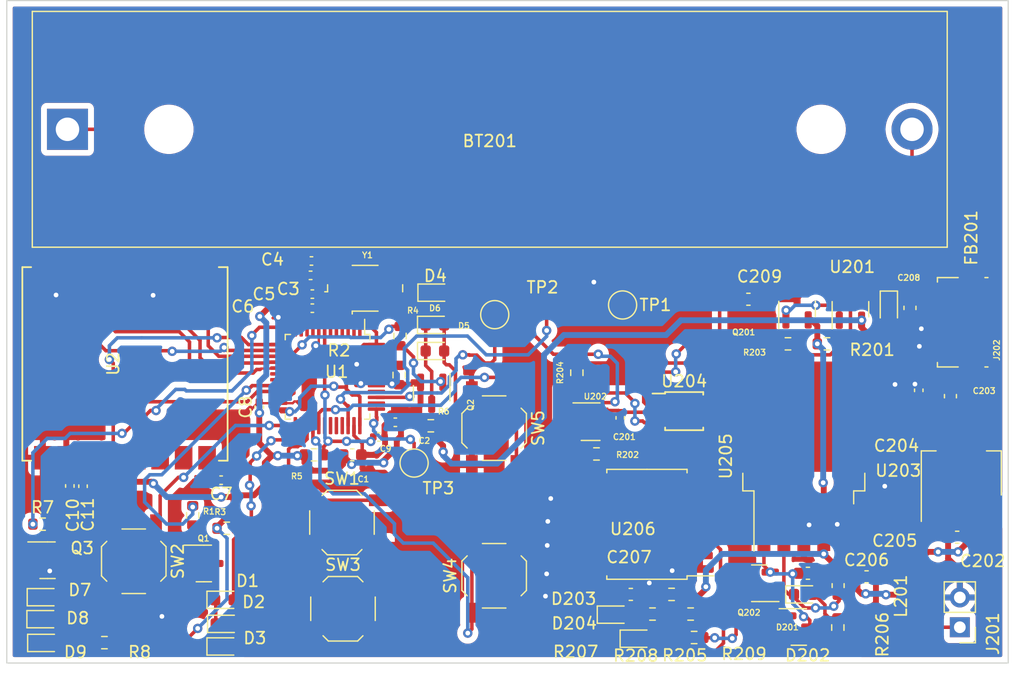
<source format=kicad_pcb>
(kicad_pcb (version 20211014) (generator pcbnew)
  (layers (0 "F.Cu" signal) (31 "B.Cu" power) (34 "B.Paste" user) (35 "F.Paste" user) (36 "B.SilkS" user "B.Silkscreen") (37 "F.SilkS" user "F.Silkscreen") (38 "B.Mask" user) (39 "F.Mask" user) (44 "Edge.Cuts" user))
  (net 0 "")
  (net 1 "BATT+")
  (net 2 "BATT-")
  (net 3 "+3V3")
  (net 4 "GND")
  (net 5 "/STM32/HOSC1")
  (net 6 "Net-(C4-Pad1)")
  (net 7 "/STM32/NRST")
  (net 8 "Net-(C201-Pad1)")
  (net 9 "SMPS_5V")
  (net 10 "Net-(C205-Pad1)")
  (net 11 "Net-(C207-Pad1)")
  (net 12 "Net-(C208-Pad1)")
  (net 13 "V_USB")
  (net 14 "Net-(D1-Pad1)")
  (net 15 "Net-(D1-Pad2)")
  (net 16 "Net-(D4-Pad1)")
  (net 17 "Net-(D4-Pad2)")
  (net 18 "Net-(D7-Pad1)")
  (net 19 "Net-(D7-Pad2)")
  (net 20 "Net-(D201-Pad1)")
  (net 22 "Net-(D202-Pad1)")
  (net 23 "Net-(D203-Pad1)")
  (net 24 "Net-(D203-Pad2)")
  (net 25 "Net-(D204-Pad1)")
  (net 26 "Net-(D204-Pad2)")
  (net 27 "Net-(J201-Pad1)")
  (net 31 "unconnected-(J202-Pad6)")
  (net 32 "Net-(Q1-Pad1)")
  (net 33 "Net-(Q2-Pad1)")
  (net 34 "Net-(Q3-Pad1)")
  (net 35 "Net-(Q201-Pad1)")
  (net 36 "/STM32/LED_RED")
  (net 37 "/STM32/BOOT0")
  (net 38 "/STM32/LED_GRN")
  (net 39 "/STM32/LED_BLU")
  (net 40 "Net-(R201-Pad2)")
  (net 41 "Net-(R204-Pad1)")
  (net 42 "Net-(R209-Pad1)")
  (net 43 "/STM32/BTN_GRN")
  (net 44 "/STM32/BTN_CHAN")
  (net 45 "/STM32/BTN_RED")
  (net 46 "/STM32/BTN_BLU")
  (net 47 "/STM32/BTN_PWR")
  (net 48 "/STM32/SWDI0")
  (net 49 "/STM32/SW0")
  (net 50 "/STM32/SWCLK")
  (net 51 "Net-(U1-Pad1)")
  (net 55 "/STM32/HOSC2")
  (net 58 "/LORA/INIT_Lora")
  (net 59 "/LORA/RST_Lora")
  (net 60 "/LORA/NSS_lora")
  (net 61 "/LORA/SCK")
  (net 62 "/LORA/Miso_LORA")
  (net 63 "/LORA/Mosi_LORA")
  (net 82 "Net-(U202-Pad1)")
  (net 83 "Net-(U202-Pad3)")
  (net 85 "Net-(U204-Pad1)")
  (footprint "LED_SMD:LED_0603_1608Metric" (layer "F.Cu") (at 143.225 113.6625)
    (fp_text reference "D8")
    (fp_text value "LED_B")
  )
  (footprint "LED_SMD:LED_0603_1608Metric" (layer "F.Cu") (at 158.625 114.0625)
    (fp_text reference "D2")
    (fp_text value "LED_R")
  )
  (footprint "Package_SO:SOP-8_6.62x9.15mm_P2.54mm" (layer "F.Cu") (at 194.6 105.575 180)
    (fp_text reference "U206")
    (fp_text value "TP4056")
  )
  (footprint "Capacitor_SMD:C_0603_1608Metric" (layer "F.Cu") (at 217.025 87.125 90)
    (fp_text reference "C208")
    (fp_text value "2u2")
  )
  (footprint "Package_TO_SOT_SMD:SOT-23" (layer "F.Cu") (at 211.95 87.2375 90)
    (fp_text reference "U201")
    (fp_text value "LMV358")
  )
  (footprint "LED_SMD:LED_0603_1608Metric" (layer "F.Cu") (at 143.25 111.7875)
    (fp_text reference "D7")
    (fp_text value "LED_B")
  )
  (footprint "Button_Switch_SMD:SW_SPST_TL3342" (layer "F.Cu") (at 181.575 109.9625 90)
    (fp_text reference "SW4")
    (fp_text value "SW_BLU")
  )
  (footprint "RF_Module:Ai-Thinker-Ra-01-LoRa" (layer "F.Cu") (at 150.1 91.9 90)
    (fp_text reference "U2")
    (fp_text value "Ai-Thinker-Ra-02")
  )
  (footprint "Resistor_SMD:R_0603_1608Metric" (layer "F.Cu") (at 198.625 115.225 180)
    (fp_text reference "R209")
    (fp_text value "1K2")
  )
  (footprint "Capacitor_SMD:C_0402_1005Metric" (layer "F.Cu") (at 173.15 96.875 180)
    (fp_text reference "C2")
    (fp_text value "100n")
  )
  (footprint "Package_TO_SOT_SMD:SOT-23" (layer "F.Cu") (at 143.5 108.6375)
    (fp_text reference "Q3")
    (fp_text value "MMBT3904")
  )
  (footprint "Capacitor_SMD:C_0402_1005Metric" (layer "F.Cu") (at 146.525 102.325 -90)
    (fp_text reference "C11")
    (fp_text value "100n")
  )
  (footprint "Resistor_SMD:R_0603_1608Metric" (layer "F.Cu") (at 158.775 105.9125)
    (fp_text reference "R3")
    (fp_text value "470R")
  )
  (footprint "LED_SMD:LED_0603_1608Metric" (layer "F.Cu") (at 215.225 87.175 -90)
    (fp_text reference "FB201")
    (fp_text value "100R")
  )
  (footprint "Resistor_SMD:R_0603_1608Metric" (layer "F.Cu") (at 173.475 92.85 -90)
    (fp_text reference "R2")
    (fp_text value "10K")
  )
  (footprint "TestPoint:TestPoint_Pad_D2.0mm" (layer "F.Cu") (at 192.525 86.875 -90)
    (fp_text reference "TP1")
    (fp_text value "TP_SWDIO")
  )
  (footprint "LED_SMD:LED_0603_1608Metric" (layer "F.Cu") (at 176.5625 85.825)
    (fp_text reference "D4")
    (fp_text value "LED_G")
  )
  (footprint "Capacitor_SMD:C_0402_1005Metric" (layer "F.Cu") (at 166 83.125 180)
    (fp_text reference "C4")
    (fp_text value "22p")
  )
  (footprint "Capacitor_SMD:C_0603_1608Metric" (layer "F.Cu") (at 208.325 109.75)
    (fp_text reference "C205")
    (fp_text value "680u/35V")
  )
  (footprint "TestPoint:TestPoint_Pad_D2.0mm" (layer "F.Cu") (at 174.75 100.35)
    (fp_text reference "TP3")
    (fp_text value "TP_SWCLK")
  )
  (footprint "Capacitor_SMD:C_0603_1608Metric" (layer "F.Cu") (at 221.05 106.675 180)
    (fp_text reference "C202")
    (fp_text value "1u")
  )
  (footprint "Button_Switch_SMD:SW_SPST_TL3342" (layer "F.Cu") (at 181.575 97.375 -90)
    (fp_text reference "SW5")
    (fp_text value "SW_PWR")
  )
  (footprint "LED_SMD:LED_0603_1608Metric" (layer "F.Cu") (at 193.8 115.325)
    (fp_text reference "D204")
    (fp_text value "LED")
  )
  (footprint "LED_SMD:LED_0603_1608Metric" (layer "F.Cu") (at 191.85 113.275)
    (fp_text reference "D203")
    (fp_text value "LED")
  )
  (footprint "Connector_PinHeader_2.54mm:PinHeader_1x02_P2.54mm_Vertical" (layer "F.Cu") (at 221.275 114.35 180)
    (fp_text reference "J201")
    (fp_text value "VIN")
  )
  (footprint "Package_QFP:LQFP-48_7x7mm_P0.5mm" (layer "F.Cu") (at 167.375 93 -90)
    (fp_text reference "U1")
    (fp_text value "STM32F103C8Tx")
  )
  (footprint "LED_SMD:LED_0603_1608Metric" (layer "F.Cu") (at 176.525 90.8)
    (fp_text reference "D5")
    (fp_text value "LED_G")
  )
  (footprint "Capacitor_SMD:C_0402_1005Metric" (layer "F.Cu") (at 166.075 87.15)
    (fp_text reference "C6")
    (fp_text value "100n")
  )
  (footprint "Capacitor_SMD:C_0603_1608Metric" (layer "F.Cu") (at 193.225 111.55)
    (fp_text reference "C207")
    (fp_text value "10u")
  )
  (footprint "Resistor_SMD:R_0603_1608Metric" (layer "F.Cu") (at 209.95 90.1875)
    (fp_text reference "R201")
    (fp_text value "3K3")
  )
  (footprint "LED_SMD:LED_0603_1608Metric" (layer "F.Cu") (at 176.525 88.575)
    (fp_text reference "D6")
    (fp_text value "LED_G")
  )
  (footprint "Resistor_SMD:R_0603_1608Metric" (layer "F.Cu") (at 206.625 90.1875 180)
    (fp_text reference "R203")
    (fp_text value "10K")
  )
  (footprint "Resistor_SMD:R_0603_1608Metric" (layer "F.Cu") (at 195.075 113.225 180)
    (fp_text reference "R207")
    (fp_text value "1K")
  )
  (footprint "Capacitor_SMD:C_0402_1005Metric" (layer "F.Cu") (at 192.325 96.5 90)
    (fp_text reference "C201")
    (fp_text value "100n")
  )
  (footprint "Package_TO_SOT_SMD:SOT-23" (layer "F.Cu") (at 176.25 94.4 -90)
    (fp_text reference "Q2")
    (fp_text value "MMBT3904")
  )
  (footprint "Resistor_SMD:R_0603_1608Metric" (layer "F.Cu") (at 176.175 97.175)
    (fp_text reference "R6")
    (fp_text value "470R")
  )
  (footprint "Resistor_SMD:R_0603_1608Metric" (layer "F.Cu") (at 143.075 105.5625)
    (fp_text reference "R7")
    (fp_text value "1K")
  )
  (footprint "LED_SMD:LED_0603_1608Metric" (layer "F.Cu") (at 158.575 115.9875)
    (fp_text reference "D3")
    (fp_text value "LED_R")
  )
  (footprint "Capacitor_SMD:C_0402_1005Metric_Pad0.74x0.62mm_HandSolder" (layer "F.Cu") (at 165.925 84.35 180)
    (fp_text reference "C3")
    (fp_text value "22p")
  )
  (footprint "Package_TO_SOT_SMD:TO-263-5_TabPin3" (layer "F.Cu") (at 207.975 99.775 90)
    (fp_text reference "U205")
    (fp_text value "LM2596S-5")
  )
  (footprint "Package_TO_SOT_SMD:SOT-23" (layer "F.Cu") (at 204.175 110.6 180)
    (fp_text reference "Q202")
    (fp_text value "BSS308PE")
  )
  (footprint "Capacitor_SMD:C_0603_1608Metric" (layer "F.Cu") (at 169.475 99.65)
    (fp_text reference "C1")
    (fp_text value "10u")
  )
  (footprint "Crystal:Crystal_SMD_0603-4Pin_6.0x3.5mm" (layer "F.Cu") (at 170.575 85.45)
    (fp_text reference "Y1")
    (fp_text value "8MHz")
  )
  (footprint "Capacitor_SMD:C_0402_1005Metric" (layer "F.Cu") (at 166.075 85.95)
    (fp_text reference "C5")
    (fp_text value "100n")
  )
  (footprint "TestPoint:TestPoint_Pad_D2.0mm" (layer "F.Cu") (at 181.625 87.7 -90)
    (fp_text reference "TP2")
    (fp_text value "TP_SWO")
  )
  (footprint "Resistor_SMD:R_0603_1608Metric" (layer "F.Cu") (at 198.325 113.225)
    (fp_text reference "R208")
    (fp_text value "1K")
  )
  (footprint "Resistor_SMD:R_0603_1608Metric" (layer "F.Cu") (at 210.875 114.375 90)
    (fp_text reference "R206")
    (fp_text value "100R")
  )
  (footprint "Capacitor_SMD:C_0603_1608Metric" (layer "F.Cu") (at 220.475 94.65 90)
    (fp_text reference "C203")
    (fp_text value "1u")
  )
  (footprint "LED_SMD:LED_0603_1608Metric" (layer "F.Cu") (at 158.575 112.0125)
    (fp_text reference "D1")
    (fp_text value "LED_R")
  )
  (footprint "Resistor_SMD:R_0603_1608Metric" (layer "F.Cu") (at 188.625 92.65 90)
    (fp_text reference "R204")
    (fp_text value "1K")
  )
  (footprint "Capacitor_SMD:C_0402_1005Metric" (layer "F.Cu") (at 171.75 98.125)
    (fp_text reference "C9")
    (fp_text value "100n")
  )
  (footprint "Button_Switch_SMD:SW_SPST_TL3342" (layer "F.Cu") (at 150.85 108.725 -90)
    (fp_text reference "SW2")
    (fp_text value "SW_CHAN")
  )
  (footprint "Capacitor_SMD:C_0603_1608Metric" (layer "F.Cu") (at 213.325 110.05)
    (fp_text reference "C206")
    (fp_text value "220u/10v")
  )
  (footprint "Capacitor_SMD:C_0402_1005Metric" (layer "F.Cu") (at 145.4 102.305 -90)
    (fp_text reference "C10")
    (fp_text value "22u/16v")
  )
  (footprint "Package_SO:TSOP-6_1.65x3.05mm_P0.95mm" (layer "F.Cu") (at 189.8 96.825)
    (fp_text reference "U202")
    (fp_text value "DW01A")
  )
  (footprint "Package_SO:TSSOP-8_3x3mm_P0.65mm" (layer "F.Cu") (at 197.775 95.925)
    (fp_text reference "U204")
    (fp_text value "FS8205A")
  )
  (footprint "Button_Switch_SMD:SW_SPST_TL3342" (layer "F.Cu") (at 168.6 105.425)
    (fp_text reference "SW1")
    (fp_text value "SW_GRN")
  )
  (footprint "Resistor_SMD:R_0603_1608Metric" (layer "F.Cu") (at 166.225 99.65)
    (fp_text reference "R5")
    (fp_text value "10K")
  )
  (footprint "Button_Switch_SMD:SW_SPST_TL3342" (layer "F.Cu") (at 168.6875 112.775)
    (fp_text reference "SW3")
    (fp_text value "SW_RED")
  )
  (footprint "Capacitor_SMD:C_0402_1005Metric" (layer "F.Cu") (at 158.3 101.8125 180)
    (fp_text reference "C7")
    (fp_text value "100n")
  )
  (footprint "Capacitor_SMD:C_0402_1005Metric" (layer "F.Cu") (at 217.775 94.15 90)
    (fp_text reference "C204")
    (fp_text value "100n")
  )
  (footprint "Package_TO_SOT_SMD:SOT-23" (layer "F.Cu") (at 156.825 108.9125)
    (fp_text reference "Q1")
    (fp_text value "MMBT3904")
  )
  (footprint "Resistor_SMD:R_0603_1608Metric" (layer "F.Cu") (at 196.7 111.55 180)
    (fp_text reference "R205")
    (fp_text value "0R4")
  )
  (footprint "Resistor_SMD:R_0603_1608Metric" (layer "F.Cu") (at 190.3 99.575 180)
    (fp_text reference "R202")
    (fp_text value "100R")
  )
  (footprint "Resistor_SMD:R_0603_1608Metric" (layer "F.Cu") (at 155.875 104.8125 -90)
    (fp_text reference "R1")
    (fp_text value "1K")
  )
  (footprint "Capacitor_SMD:C_0402_1005Metric" (layer "F.Cu") (at 161.55 95.58 90)
    (fp_text reference "C8")
    (fp_text value "100n")
  )
  (footprint "Battery:BatteryHolder_MPD_BH-18650-PC2" (layer "F.Cu") (at 145.2 71.9)
    (fp_text reference "BT201")
    (fp_text value "18650")
  )
  (footprint "LED_SMD:LED_0603_1608Metric" (layer "F.Cu") (at 143.2875 115.6875)
    (fp_text reference "D9")
    (fp_text value "LED_B")
  )
  (footprint "Connector_USB:USB_Micro-B_Molex_47346-0001" (layer "F.Cu") (at 221.075 88.35 90)
    (fp_text reference "J202")
    (fp_text value "USB_B_Micro")
  )
  (footprint "Diode_SMD:D_0603_1608Metric" (layer "F.Cu") (at 207.925 111.55)
    (fp_text reference "D202")
    (fp_text value "1N5424")
  )
  (footprint "Package_TO_SOT_SMD:SOT-23" (layer "F.Cu") (at 207.4 87.2125 90)
    (fp_text reference "Q201")
    (fp_text value "FDN340P")
  )
  (footprint "Package_TO_SOT_SMD:SOT-23" (layer "F.Cu") (at 207.55 114.325)
    (fp_text reference "D201")
    (fp_text value "BZX84C20")
  )
  (footprint "Resistor_SMD:R_0603_1608Metric" (layer "F.Cu") (at 148.35 115.6625 180)
    (fp_text reference "R8")
    (fp_text value "470R")
  )
  (footprint "Resistor_SMD:R_0603_1608Metric" (layer "F.Cu") (at 173.55 89.525 -90)
    (fp_text reference "R4")
    (fp_text value "1K")
  )
  (footprint "Inductor_SMD:L_0603_1608Metric" (layer "F.Cu") (at 210.9 110.8 90)
    (fp_text reference "L201")
    (fp_text value "33u")
  )
  (footprint "Package_TO_SOT_SMD:SOT-223-3_TabPin2" (layer "F.Cu") (at 221.4 101.225 90)
    (fp_text reference "U203")
    (fp_text value "AMS1117-3.3")
  )
  (footprint "Capacitor_SMD:C_0603_1608Metric" (layer "F.Cu") (at 203.25 86.3875 180)
    (fp_text reference "C209")
    (fp_text value "2u2")
  )
  (gr_rect (start 140.025 60.925) (end 225.4 117.4) (layer "Edge.Cuts") (width 0.1) (fill none))
  (segment (start 179.35 85.75) (end 179.15 85.95) (width 0.3) (layer "F.Cu") (net 1))
  (segment (start 183.025 85.75) (end 179.35 85.75) (width 0.3) (layer "F.Cu") (net 1))
  (segment (start 174.35 83.375) (end 174.35 82.625) (width 0.3) (layer "F.Cu") (net 1))
  (segment (start 184.125 88.575) (end 184.125 86.85) (width 0.3) (layer "F.Cu") (net 1))
  (segment (start 189.475 99.575) (end 189.475 101.165) (width 0.3) (layer "F.Cu") (net 1))
  (segment (start 175.1 84.125) (end 174.35 83.375) (width 0.3) (layer "F.Cu") (net 1))
  (segment (start 174.35 82.625) (end 170.975 79.25) (width 0.3) (layer "F.Cu") (net 1))
  (segment (start 190.5 95.2) (end 191.800868 95.2) (width 0.3) (layer "F.Cu") (net 1))
  (segment (start 179.15 85.95) (end 178.4 85.2) (width 0.3) (layer "F.Cu") (net 1))
  (segment (start 186.6255 91.0755) (end 184.125 88.575) (width 0.3) (layer "F.Cu") (net 1))
  (segment (start 157.025 79.25) (end 151.025 73.25) (width 0.3) (layer "F.Cu") (net 1))
  (segment (start 189.475 101.165) (end 190.075 101.765) (width 0.3) (layer "F.Cu") (net 1))
  (segment (start 184.125 86.85) (end 183.025 85.75) (width 0.3) (layer "F.Cu") (net 1))
  (segment (start 189.65 95.325) (end 189.775 95.2) (width 0.3) (layer "F.Cu") (net 1))
  (segment (start 178.4 84.6) (end 177.925 84.125) (width 0.3) (layer "F.Cu") (net 1))
  (segment (start 189.475 99.575) (end 189.475 95.5) (width 0.3) (layer "F.Cu") (net 1))
  (segment (start 151.025 72.9) (end 150.025 71.9) (width 0.3) (layer "F.Cu") (net 1))
  (segment (start 191.800868 95.2) (end 191.876368 95.1245) (width 0.3) (layer "F.Cu") (net 1))
  (segment (start 178.4 85.2) (end 178.4 84.6) (width 0.3) (layer "F.Cu") (net 1))
  (segment (start 189.475 95.5) (end 189.65 95.325) (width 0.3) (layer "F.Cu") (net 1))
  (segment (start 190.45 91.0755) (end 186.6255 91.0755) (width 0.3) (layer "F.Cu") (net 1))
  (segment (start 151.025 73.25) (end 151.025 72.9) (width 0.3) (layer "F.Cu") (net 1))
  (segment (start 170.975 79.25) (end 157.025 79.25) (width 0.3) (layer "F.Cu") (net 1))
  (segment (start 177.925 84.125) (end 175.1 84.125) (width 0.3) (layer "F.Cu") (net 1))
  (segment (start 189.775 95.2) (end 190.5 95.2) (width 0.3) (layer "F.Cu") (net 1))
  (segment (start 150.025 71.9) (end 145.2 71.9) (width 0.3) (layer "F.Cu") (net 1))
  (via (at 191.876368 95.1245) (size 0.8) (drill 0.4) (layers "F.Cu" "B.Cu") (net 1))
  (via (at 190.45 91.0755) (size 0.8) (drill 0.4) (layers "F.Cu" "B.Cu") (net 1))
  (segment (start 192.075 91.85) (end 191.475 91.25) (width 0.3) (layer "B.Cu") (net 1))
  (segment (start 191.876368 95.1245) (end 192.075 94.925868) (width 0.3) (layer "B.Cu") (net 1))
  (segment (start 191.475 91.25) (end 190.6245 91.25) (width 0.3) (layer "B.Cu") (net 1))
  (segment (start 192.075 93.525) (end 192.075 91.85) (width 0.3) (layer "B.Cu") (net 1))
  (segment (start 192.075 94.925868) (end 192.075 93.525) (width 0.3) (layer "B.Cu") (net 1))
  (segment (start 190.6245 91.25) (end 190.45 91.0755) (width 0.3) (layer "B.Cu") (net 1))
  (segment (start 196.8755 92.5745) (end 197.05 92.5745) (width 0.3) (layer "F.Cu") (net 2))
  (segment (start 194.325 93.15) (end 194.375 93.1) (width 0.3) (layer "F.Cu") (net 2))
  (segment (start 194.875 92.6) (end 195.8 92.6) (width 0.3) (layer "F.Cu") (net 2))
  (segment (start 200.8 85.25) (end 203.225 82.825) (width 0.3) (layer "F.Cu") (net 2))
  (segment (start 190.96 95.875) (end 192.18 95.875) (width 0.3) (layer "F.Cu") (net 2))
  (segment (start 194.325 94.7) (end 194.325 93.15) (width 0.3) (layer "F.Cu") (net 2))
  (segment (start 196.875 92.575) (end 196.8755 92.5745) (width 0.3) (layer "F.Cu") (net 2))
  (segment (start 194.375 93.1) (end 194.875 92.6) (width 0.3) (layer "F.Cu") (net 2))
  (segment (start 195.8 92.6) (end 196.85 92.6) (width 0.3) (layer "F.Cu") (net 2))
  (segment (start 197.1 91.05) (end 198.3 89.85) (width 0.3) (layer "F.Cu") (net 2))
  (segment (start 195.625 95.6) (end 194.775 95.6) (width 0.3) (layer "F.Cu") (net 2))
  (segment (start 195.625 95.6) (end 195.625 96.25) (width 0.3) (layer "F.Cu") (net 2))
  (segment (start 203.225 82.825) (end 214.65 82.825) (width 0.3) (layer "F.Cu") (net 2))
  (segment (start 194.325 95.15) (end 194.325 94.7) (width 0.3) (layer "F.Cu") (net 2))
  (segment (start 194.405 96.02) (end 194.825 95.6) (width 0.3) (layer "F.Cu") (net 2))
  (segment (start 192.325 96.02) (end 194.405 96.02) (width 0.3) (layer "F.Cu") (net 2))
  (segment (start 200.8 89.35) (end 200.8 85.25) (width 0.3) (layer "F.Cu") (net 2))
  (segment (start 194.825 95.6) (end 195.625 95.6) (width 0.3) (layer "F.Cu") (net 2))
  (segment (start 196.85 92.6) (end 196.875 92.575) (width 0.3) (layer "F.Cu") (net 2))
  (segment (start 217.2 80.275) (end 217.2 71.9) (width 0.3) (layer "F.Cu") (net 2))
  (segment (start 192.18 95.875) (end 192.325 96.02) (width 0.3) (layer "F.Cu") (net 2))
  (segment (start 194.775 95.6) (end 194.325 95.15) (width 0.3) (layer "F.Cu") (net 2))
  (segment (start 200.3 89.85) (end 200.8 89.35) (width 0.3) (layer "F.Cu") (net 2))
  (segment (start 198.3 89.85) (end 200.3 89.85) (width 0.3) (layer "F.Cu") (net 2))
  (segment (start 214.65 82.825) (end 217.2 80.275) (width 0.3) (layer "F.Cu") (net 2))
  (via (at 197.05 92.5745) (size 0.8) (drill 0.4) (layers "F.Cu" "B.Cu") (net 2))
  (via (at 197.1 91.05) (size 0.8) (drill 0.4) (layers "F.Cu" "B.Cu") (net 2))
  (segment (start 197.05 92.5745) (end 197.05 91.1) (width 0.3) (layer "B.Cu") (net 2))
  (segment (start 197.05 91.1) (end 197.1 91.05) (width 0.3) (layer "B.Cu") (net 2))
  (segment (start 213.725 89.625) (end 215.475 89.625) (width 0.5) (layer "F.Cu") (net 3))
  (segment (start 169.425577 100.466122) (end 169.034455 100.075) (width 0.5) (layer "F.Cu") (net 3))
  (segment (start 173.275 98.475) (end 173.275 99.025) (width 0.5) (layer "F.Cu") (net 3))
  (segment (start 159.35 102.3825) (end 158.78 101.8125) (width 0.5) (layer "F.Cu") (net 3))
  (segment (start 168.7 100.45) (end 168.7 100.075) (width 0.5) (layer "F.Cu") (net 3))
  (segment (start 146.505 101.825) (end 146.525 101.845) (width 0.5) (layer "F.Cu") (net 3))
  (segment (start 148.5 102.25) (end 149.8 102.25) (width 0.5) (layer "F.Cu") (net 3))
  (segment (start 212.9 88.8) (end 213.725 89.625) (width 0.5) (layer "F.Cu") (net 3))
  (segment (start 149.8 102.25) (end 150.1 101.95) (width 0.5) (layer "F.Cu") (net 3))
  (segment (start 222.425 97.05) (end 221.4 98.075) (width 0.5) (layer "F.Cu") (net 3))
  (segment (start 162.375 87.075) (end 161.6 87.85) (width 0.5) (layer "F.Cu") (net 3))
  (segment (start 147.45 100.25) (end 147.1 99.9) (width 0.5) (layer "F.Cu") (net 3))
  (segment (start 154.2875 115.6625) (end 154.3 115.675) (width 0.3) (layer "F.Cu") (net 3))
  (segment (start 216.6 94.25) (end 216.98 94.63) (width 0.5) (layer "F.Cu") (net 3))
  (segment (start 147.425 101.375) (end 147.45 101.375) (width 0.5) (layer "F.Cu") (net 3))
  (segment (start 150.1 101.95) (end 152.375 101.95) (width 0.5) (layer "F.Cu") (net 3))
  (segment (start 217.775 95.225) (end 217.975 95.425) (width 0.5) (layer "F.Cu") (net 3))
  (segment (start 168.7 100.075) (end 168.7 99.65) (width 0.5) (layer "F.Cu") (net 3))
  (segment (start 147.45 101.375) (end 147.45 100.25) (width 0.5) (layer "F.Cu") (net 3))
  (segment (start 159.35 103.1) (end 161.1 103.1) (width 0.5) (layer "F.Cu") (net 3))
  (segment (start 155.075 115.675) (end 156.3 114.45) (width 0.3) (layer "F.Cu") (net 3))
  (segment (start 152.375 101.95) (end 152.525 102.1) (width 0.5) (layer "F.Cu") (net 3))
  (segment (start 173.275 98.4) (end 173.275 98.475) (width 0.5) (layer "F.Cu") (net 3))
  (segment (start 220.475 95.425) (end 221.5 95.425) (width 0.5) (layer "F.Cu") (net 3))
  (segment (start 165.595 87.15) (end 163.7 87.15) (width 0.5) (layer "F.Cu") (net 3))
  (segment (start 216.98 94.63) (end 217.775 94.63) (width 0.5) (layer "F.Cu") (net 3))
  (segment (start 162.025 102.175) (end 162.025 100.325) (width 0.5) (layer "F.Cu") (net 3))
  (segment (start 159.35 103.1) (end 159.35 102.3825) (width 0.5) (layer "F.Cu") (net 3))
  (segment (start 221.4 98.075) (end 221.4 104.375) (width 0.5) (layer "F.Cu") (net 3))
  (segment (start 146.525 101.845) (end 146.955 101.845) (width 0.5) (layer "F.Cu") (net 3))
  (segment (start 221.5 95.425) (end 222.425 96.35) (width 0.5) (layer "F.Cu") (net 3))
  (segment (start 173.55 98.125) (end 173.275 98.4) (width 0.5) (layer "F.Cu") (net 3))
  (segment (start 146.955 101.845) (end 147.425 101.375) (width 0.5) (layer "F.Cu") (net 3))
  (segment (start 165.4 99.65) (end 165.4 100.3) (width 0.5) (layer "F.Cu") (net 3))
  (segment (start 222.425 96.35) (end 222.425 97.05) (width 0.5) (layer "F.Cu") (net 3))
  (segment (start 165.320415 99.729585) (end 165.4 99.65) (width 0.5) (layer "F.Cu") (net 3))
  (segment (start 177.225 98.875) (end 177.225 99.4) (width 0.5) (layer "F.Cu") (net 3))
  (segment (start 159.35 104.4) (end 159.35 103.1) (width 0.5) (layer "F.Cu") (net 3))
  (segment (start 175.05 96.875) (end 175.35 97.175) (width 0.5) (layer "F.Cu") (net 3))
  (segment (start 147.625 101.375) (end 148.5 102.25) (width 0.5) (layer "F.Cu") (net 3))
  (segment (start 161.55 96.06) (end 161.55 98.65) (width 0.5) (layer "F.Cu") (net 3))
  (segment (start 158.3 103.25) (end 159.2 103.25) (width 0.5) (layer "F.Cu") (net 3))
  (segment (start 162.025 100.325) (end 162.625 99.725) (width 0.5) (layer "F.Cu") (net 3))
  (segment (start 173.63 96.875) (end 175.05 96.875) (width 0.5) (layer "F.Cu") (net 3))
  (segment (start 162.625 99.725) (end 163.125 99.725) (width 0.5) (layer "F.Cu") (net 3))
  (segment (start 164.7995 99.729585) (end 165.320415 99.729585) (width 0.5) (layer "F.Cu") (net 3))
  (segment (start 147.425 101.375) (end 147.625 101.375) (width 0.5) (layer "F.Cu") (net 3))
  (segment (start 173.63 98.045) (end 173.55 98.125) (width 0.5) (layer "F.Cu") (net 3))
  (segment (start 216.6 90.75) (end 216.6 94.25) (width 0.5) (layer "F.Cu") (net 3))
  (segment (start 172.150875 100.149125) (end 172.150875 100.3255) (width 0.5) (layer "F.Cu") (net 3))
  (segment (start 212.9 88.175) (end 212.9 88.8) (width 0.5) (layer "F.Cu") (net 3))
  (segment (start 217.975 95.425) (end 220.475 95.425) (width 0.5) (layer "F.Cu") (net 3))
  (segment (start 157.95 105.9125) (end 157.95 105.8) (width 0.5) (layer "F.Cu") (net 3))
  (segment (start 173.63 96.875) (end 173.63 98.045) (width 0.5) (layer "F.Cu") (net 3))
  (segment (start 166.1 101) (end 168.15 101) (width 0.5) (layer "F.Cu") (net 3))
  (segment (start 217.775 94.63) (end 217.775 95.225) (width 0.5) (layer "F.Cu") (net 3))
  (segment (start 165.4 100.3) (end 166.1 101) (width 0.5) (layer "F.Cu") (net 3))
  (segment (start 176.575 98.225) (end 177.225 98.875) (width 0.5) (layer "F.Cu") (net 3))
  (segment (start 161.1 103.1) (end 162.025 102.175) (width 0.5) (layer "F.Cu") (net 3))
  (segment (start 169.034455 100.075) (end 168.7 100.075) (width 0.5) (layer "F.Cu") (net 3))
  (segment (start 175.35 97.175) (end 175.525 97.175) (width 0.5) (layer "F.Cu") (net 3))
  (segment (start 154.3 115.675) (end 155.075 115.675) (width 0.3) (layer "F.Cu") (net 3))
  (segment (start 145.4 101.825) (end 146.505 101.825) (width 0.5) (layer "F.Cu") (net 3))
  (segment (start 172.975 99.325) (end 172.150875 100.149125) (width 0.5) (layer "F.Cu") (net 3))
  (segment (start 162.55 99.65) (end 162.625 99.725) (width 0.5) (layer "F.Cu") (net 3))
  (segment (start 168.15 101) (end 168.7 100.45) (width 0.5) (layer "F.Cu") (net 3))
  (segment (start 175.525 97.175) (end 176.575 98.225) (width 0.5) (layer "F.Cu") (net 3))
  (segment (start 165.595 87.15) (end 165.595 85.95) (width 0.5) (layer "F.Cu") (net 3))
  (segment (start 215.475 89.625) (end 216.6 90.75) (width 0.5) (layer "F.Cu") (net 3))
  (segment (start 163.625 87.075) (end 162.375 87.075) (width 0.5) (layer "F.Cu") (net 3))
  (segment (start 163.7 87.15) (end 163.625 87.075) (width 0.5) (layer "F.Cu") (net 3))
  (segment (start 157.95 105.8) (end 159.35 104.4) (width 0.5) (layer "F.Cu") (net 3))
  (segment (start 173.275 99.025) (end 172.975 99.325) (width 0.5) (layer "F.Cu") (net 3))
  (segment (start 161.55 98.65) (end 162.55 99.65) (width 0.5) (layer "F.Cu") (net 3))
  (segment (start 159.2 103.25) (end 159.35 103.1) (width 0.5) (layer "F.Cu") (net 3))
  (segment (start 149.175 115.6625) (end 154.2875 115.6625) (width 0.3) (layer "F.Cu") (net 3))
  (via (at 163.125 99.725) (size 0.8) (drill 0.4) (layers "F.Cu" "B.Cu") (net 3))
  (via (at 177.225 99.4) (size 0.8) (drill 0.4) (layers "F.Cu" "B.Cu") (net 3))
  (via (at 172.150875 100.3255) (size 0.8) (drill 0.4) (layers "F.Cu" "B.Cu") (net 3))
  (via (at 152.525 102.1) (size 0.8) (drill 0.4) (layers "F.Cu" "B.Cu") (net 3))
  (via (at 164.7995 99.729585) (size 0.8) (drill 0.4) (layers "F.Cu" "B.Cu") (net 3))
  (via (at 212.9 88.175) (size 0.8) (drill 0.4) (layers "F.Cu" "B.Cu") (net 3))
  (via (at 158.3 103.25) (size 0.8) (drill 0.4) (layers "F.Cu" "B.Cu") (net 3))
  (via (at 161.564622 96.074622) (size 0.8) (drill 0.4) (layers "F.Cu" "B.Cu") (net 3))
  (via (at 169.425577 100.466122) (size 0.8) (drill 0.4) (layers "F.Cu" "B.Cu") (net 3))
  (via (at 157.95 105.9125) (size 0.8) (drill 0.4) (layers "F.Cu" "B.Cu") (net 3))
  (via (at 156.3 114.45) (size 0.8) (drill 0.4) (layers "F.Cu" "B.Cu") (net 3))
  (via (at 161.6 87.85) (size 0.8) (drill 0.4) (layers "F.Cu" "B.Cu") (net 3))
  (segment (start 172.150875 100.3255) (end 169.566199 100.3255) (width 0.5) (layer "B.Cu") (net 3))
  (segment (start 164.794915 99.725) (end 164.7995 99.729585) (width 0.5) (layer "B.Cu") (net 3))
  (segment (start 185.825 91.125) (end 187.5125 89.4375) (width 0.5) (layer "B.Cu") (net 3))
  (segment (start 156.3 114.45) (end 158.8 111.95) (width 0.3) (layer "B.Cu") (net 3))
  (segment (start 158.8 106.7625) (end 157.95 105.9125) (width 0.3) (layer "B.Cu") (net 3))
  (segment (start 197.5 88.175) (end 212.9 88.175) (width 0.5) (layer "B.Cu") (net 3))
  (segment (start 153.675 103.25) (end 158.3 103.25) (width 0.5) (layer "B.Cu") (net 3))
  (segment (start 162.15 92.85) (end 161.564622 93.435378) (width 0.5) (layer "B.Cu") (net 3))
  (segment (start 185.825 96.4) (end 185.825 91.125) (width 0.5) (layer "B.Cu") (net 3))
  (segment (start 177.225 99.4) (end 177.225 99.7) (width 0.5) (layer "B.Cu") (net 3))
  (segment (start 158.8 111.95) (end 158.8 106.7625) (width 0.3) (layer "B.Cu") (net 3))
  (segment (start 196.2375 89.4375) (end 197.5 88.175) (width 0.5) (layer "B.Cu") (net 3))
  (segment (start 177.225 99.7) (end 177.925 100.4) (width 0.5) (layer "B.Cu") (net 3))
  (segment (start 187.5125 89.4375) (end 196.2375 89.4375) (width 0.5) (layer "B.Cu") (net 3))
  (segment (start 152.525 102.1) (end 153.675 103.25) (width 0.5) (layer "B.Cu") (net 3))
  (segment (start 169.566199 100.3255) (end 169.425577 100.466122) (width 0.5) (layer "B.Cu") (net 3))
  (segment (start 161.564622 93.435378) (end 161.564622 96.074622) (width 0.5) (layer "B.Cu") (net 3))
  (segment (start 181.825 100.4) (end 185.825 96.4) (width 0.5) (layer "B.Cu") (net 3))
  (segment (start 162.15 88.4) (end 162.15 92.85) (width 0.5) (layer "B.Cu") (net 3))
  (segment (start 163.125 99.725) (end 164.794915 99.725) (width 0.5) (layer "B.Cu") (net 3))
  (segment (start 177.925 100.4) (end 181.825 100.4) (width 0.5) (layer "B.Cu") (net 3))
  (segment (start 161.6 87.85) (end 162.15 88.4) (width 0.5) (layer "B.Cu") (net 3))
  (segment (start 172.275 98.17) (end 172.23 98.125) (width 0.5) (layer "F.Cu") (net 4))
  (segment (start 210.125 113.55) (end 210.875 113.55) (width 0.3) (layer "F.Cu") (net 4))
  (segment (start 159.825 100.25) (end 160.475 99.6) (width 0.5) (layer "F.Cu") (net 4))
  (segment (start 201.425 95) (end 200.825 95.6) (width 0.3) (layer "F.Cu") (net 4))
  (segment (start 209.1 109.425) (end 209.1 109.75) (width 0.3) (layer "F.Cu") (net 4))
  (segment (start 198.35 108.025) (end 197.625 108.025) (width 0.3) (layer "F.Cu") (net 4))
  (segment (start 170.725 101.175) (end 172.225 101.175) (width 0.5) (layer "F.Cu") (net 4))
  (segment (start 179.325 105.75) (end 179.325 104.375) (width 0.5) (layer "F.Cu") (net 4))
  (segment (start 165.3575 84.5825) (end 165.8 85.025) (width 0.3) (layer "F.Cu") (net 4))
  (segment (start 172.735 96.115) (end 174.585 96.115) (width 0.5) (layer "F.Cu") (net 4))
  (segment (start 170.325 98.675) (end 170.325 99.575) (width 0.3) (layer "F.Cu") (net 4))
  (segment (start 218.4 88.492977) (end 218.4 87.05) (width 0.3) (layer "F.Cu") (net 4))
  (segment (start 166.555 85.95) (end 166.555 85.555) (width 0.5) (layer "F.Cu") (net 4))
  (segment (start 215.150688 93.649312) (end 215.7505 93.649312) (width 0.3) (layer "F.Cu") (net 4))
  (segment (start 212.25 104.675) (end 212.25 104.625) (width 0.5) (layer "F.Cu") (net 4))
  (segment (start 143.475 86.025) (end 144.225 86.025) (width 0.5) (layer "F.Cu") (net 4))
  (segment (start 173.15 103.175) (end 175.075 103.175) (width 0.5) (layer "F.Cu") (net 4))
  (segment (start 204 87.675) (end 203 87.675) (width 0.3) (layer "F.Cu") (net 4))
  (segment (start 186.325 92.875) (end 187.375 91.825) (width 0.3) (layer "F.Cu") (net 4))
  (segment (start 200.025 90.55) (end 200 90.525) (width 0.3) (layer "F.Cu") (net 4))
  (segment (start 160.475 96.575) (end 160.475 96.020563) (width 0.5) (layer "F.Cu") (net 4))
  (segment (start 210.875 113.55) (end 213.025 113.55) (width 0.5) (layer "F.Cu") (net 4))
  (segment (start 144.56 102.785) (end 144.175 102.4) (width 0.5) (layer "F.Cu") (net 4))
  (segment (start 199.725 91.825) (end 201.425 93.525) (width 0.3) (layer "F.Cu") (net 4))
  (segment (start 209.775 113.2) (end 210.125 113.55) (width 0.3) (layer "F.Cu") (net 4))
  (segment (start 218.275 86.625) (end 218.275 86.925) (width 0.3) (layer "F.Cu") (net 4))
  (segment (start 214.525 95.75) (end 214.525 94.325) (width 0.3) (layer "F.Cu") (net 4))
  (segment (start 221.275 109.5) (end 221.275 111.81) (width 0.5) (layer "F.Cu") (net 4))
  (segment (start 208.85 111.55) (end 209.175 111.225) (width 0.3) (layer "F.Cu") (net 4))
  (segment (start 153.1 113.275) (end 154.875 113.275) (width 0.5) (layer "F.Cu") (net 4))
  (segment (start 154.875 113.275) (end 155.8875 112.2625) (width 0.5) (layer "F.Cu") (net 4))
  (segment (start 170.25 99.65) (end 170.35 99.75) (width 0.5) (layer "F.Cu") (net 4))
  (segment (start 198.6 91.825) (end 199.725 91.825) (width 0.3) (layer "F.Cu") (net 4))
  (segment (start 157.82 101.8125) (end 157.82 101.628114) (width 0.5) (layer "F.Cu") (net 4))
  (segment (start 176.875 109.05) (end 177.95 107.975) (width 0.5) (layer "F.Cu") (net 4))
  (segment (start 159.198114 100.25) (end 159.825 100.25) (width 0.5) (layer "F.Cu") (net 4))
  (segment (start 218 86.35) (end 218.275 86.625) (width 0.3) (layer "F.Cu") (net 4))
  (segment (start 144.05 101.75) (end 144.175 101.625) (width 0.5) (layer "F.Cu") (net 4))
  (segment (start 143.1 85.65) (end 143.35 85.9) (width 0.5) (layer "F.Cu") (net 4))
  (segment (start 155.6125 109.8625) (end 154.65 108.9) (width 0.5) (layer "F.Cu") (net 4))
  (segment (start 172.67 96.18) (end 172.735 96.115) (width 0.5) (layer "F.Cu") (net 4))
  (segment (start 209.175 109.825) (end 209.1 109.75) (width 0.3) (layer "F.Cu") (net 4))
  (segment (start 217.775 93.67) (end 220.27 93.67) (width 0.3) (layer "F.Cu") (net 4))
  (segment (start 219.1 104.375) (end 219.1 106.275) (width 0.5) (layer "F.Cu") (net 4))
  (segment (start 198.875 90.525) (end 198.6 90.8) (width 0.3) (layer "F.Cu") (net 4))
  (segment (start 200.825 95.6) (end 199.925 95.6) (width 0.3) (layer "F.Cu") (net 4))
  (segment (start 171.5375 90.75) (end 170.698959 90.75) (width 0.3) (layer "F.Cu") (net 4))
  (segment (start 214.1 112.475) (end 214.125 112.475) (width 0.5) (layer "F.Cu") (net 4))
  (segment (start 171.475 99.65) (end 171.55 99.725) (width 0.5) (layer "F.Cu") (net 4))
  (segment (start 205.45 100.625) (end 206.3 101.475) (width 0.3) (layer "F.Cu") (net 4))
  (segment (start 204.55 88.225) (end 204 87.675) (width 0.3) (layer "F.Cu") (net 4))
  (segment (start 145.4 102.785) (end 144.56 102.785) (width 0.5) (layer "F.Cu") (net 4))
  (segment (start 214.125 112.475) (end 214.125 110.075) (width 0.5) (layer "F.Cu") (net 4))
  (segment (start 164.375 83.65) (end 164.9 83.125) (width 0.5) (layer "F.Cu") (net 4))
  (segment (start 186.85 97.875) (end 186.325 97.35) (width 0.3) (layer "F.Cu") (net 4))
  (segment (start 205.2125 90.1875) (end 202.6625 90.1875) (width 0.3) (layer "F.Cu") (net 4))
  (segment (start 164.375 83.875) (end 164.375 83.65) (width 0.5) (layer "F.Cu") (net 4))
  (segment (start 217.025 86.35) (end 218 86.35) (width 0.3) (layer "F.Cu") (net 4))
  (segment (start 197.05 105.1) (end 197 105.05) (width 0.3) (layer "F.Cu") (net 4))
  (segment (start 186.85 101.025) (end 186.85 97.875) (width 0.3) (layer "F.Cu") (net 4))
  (segment (start 196.647183 115.225) (end 195 113.577817) (width 0.3) (layer "F.Cu") (net 4))
  (segment (start 170.075 98.425) (end 170.325 98.675) (width 0.3) (layer "F.Cu") (net 4))
  (segment (start 175.0875 93.675) (end 175.3 93.4625) (width 0.3) (layer "F.Cu") (net 4))
  (segment (start 141.4375 109.5875) (end 142.5625 109.5875) (width 0.5) (layer "F.Cu") (net 4))
  (segment (start 176.125 104.225) (end 176.125 105.225) (width 0.5) (layer "F.Cu") (net 4))
  (segment (start 144.175 102.4) (end 144.175 101.625) (width 0.5) (layer "F.Cu") (net 4))
  (segment (start 200.775 96.25) (end 201.15 96.625) (width 0.3) (layer "F.Cu") (net 4))
  (segment (start 169.725 93.325) (end 169.964113 93.564113) (width 0.3) (layer "F.Cu") (net 4))
  (segment (start 166.625 88.8375) (end 166.625 90.1005) (width 0.2) (layer "F.Cu") (net 4))
  (segment (start 181.775 101.925) (end 183.825 101.925) (width 0.5) (layer "F.Cu") (net 4))
  (segment (start 164.4 84.35) (end 165.3575 84.35) (width 0.3) (layer "F.Cu") (net 4))
  (segment (start 166.15 94.4) (end 166.15 90.5755) (width 0.2) (layer "F.Cu") (net 4))
  (segment (start 169.964113 93.564113) (end 170.209677 93.564113) (width 0.3) (layer "F.Cu") (net 4))
  (segment (start 176.725 109.05) (end 176.875 109.05) (width 0.5) (layer "F.Cu") (net 4))
  (segment (start 160.475 99.6) (end 160.475 96.575) (width 0.5) (layer "F.Cu") (net 4))
  (segment (start 157.1 83.9) (end 164.35 83.9) (width 0.3) (layer "F.Cu") (net 4))
  (segment (start 217.775 93.67) (end 217.775 90.4495) (width 0.3) (layer "F.Cu") (net 4))
  (segment (start 219.5 106.675) (end 220.275 106.675) (width 0.5) (layer "F.Cu") (net 4))
  (segment (start 214.125 110.075) (end 214.1 110.05) (width 0.5) (layer "F.Cu") (net 4))
  (segment (start 173.15 102.1) (end 173.15 103.175) (width 0.5) (layer "F.Cu") (net 4))
  (segment (start 157.82 101.628114) (end 159.198114 100.25) (width 0.5) (layer "F.Cu") (net 4))
  (segment (start 170.25 99.65) (end 171.475 99.65) (width 0.5) (layer "F.Cu") (net 4))
  (segment (start 146.505 102.785) (end 146.525 102.805) (width 0.5) (layer "F.Cu") (net 4))
  (segment (start 203 87.675) (end 202.475 87.15) (width 0.3) (layer "F.Cu") (net 4))
  (segment (start 204.55 89.525) (end 204.55 88.225) (width 0.3) (layer "F.Cu") (net 4))
  (segment (start 202.3 90.55) (end 200.025 90.55) (width 0.3) (layer "F.Cu") (net 4))
  (segment (start 156.275 86.05) (end 157.1 85.225) (width 0.5) (layer "F.Cu") (net 4))
  (segment (start 199.925 96.25) (end 200.775 96.25) (width 0.3) (layer "F.Cu") (net 4))
  (segment (start 142.34 102.785) (end 140.85 104.275) (width 0.5) (layer "F.Cu") (net 4))
  (segment (start 166.625 88.8375) (end 166.625 87.22) (width 0.2) (layer "F.Cu") (net 4))
  (segment (start 143.175 101.75) (end 144.05 101.75) (width 0.5) (layer "F.Cu") (net 4))
  (segment (start 211.35 105.575) (end 211.375 105.55) (width 0.3) (layer "F.Cu") (net 4))
  (segment (start 166.110393 85.025) (end 166.555 85.469607) (width 0.3) (layer "F.Cu") (net 4))
  (segment (start 169.625 97.1625) (end 169.625 98.001041) (width 0.3) (layer "F.Cu") (net 4))
  (segment (start 175.075 103.175) (end 176.125 104.225) (width 0.5) (layer "F.Cu") (net 4))
  (segment (start 154.65 103.275) (end 156.025 101.9) (width 0.5) (layer "F.Cu") (net 4))
  (segment (start 170.325 99.575) (end 170.25 99.65) (width 0.3) (layer "F.Cu") (net 4))
  (segment (start 157.7325 101.9) (end 157.82 101.8125) (width 0.5) (layer "F.Cu") (net 4))
  (segment (start 201.15 96.625) (end 201.15 102.025) (width 0.3) (layer "F.Cu") (net 4))
  (segment (start 140.85 104.275) (end 140.85 109) (width 0.5) (layer "F.Cu") (net 4))
  (segment (start 164.375 84.325) (end 164.4 84.35) (width 0.3) (layer "F.Cu") (net 4))
  (segment (start 185.4 101.925) (end 185.425 101.95) (width 0.3) (layer "F.Cu") (net 4))
  (segment (start 202.475 87.15) (end 202.475 86.3875) (width 0.3) (layer "F.Cu") (net 4))
  (segment (start 217.992477 88.9005) (end 218.4 88.492977) (width 0.3) (layer "F.Cu") (net 4))
  (segment (start 201.15 102.025) (end 201.15 102.775) (width 0.3) (layer "F.Cu") (net 4))
  (segment (start 219.1 106.275) (end 219.5 106.675) (width 0.5) (layer "F.Cu") (net 4))
  (segment (start 218.4 87.05) (end 219.615 87.05) (width 0.3) (layer "F.Cu") (net 4))
  (segment (start 199.925 95.6) (end 199.925 96.25) (width 0.3) (layer "F.Cu") (net 4))
  (segment (start 142.5625 109.5875) (end 143.6505 109.5875) (width 0.5) (layer "F.Cu") (net 4))
  (segment (start 143.35 85.9) (end 143.475 86.025) (width 0.5) (layer "F.Cu") (net 4))
  (segment (start 197 105.05) (end 197.745 104.305) (width 0.3) (layer "F.Cu") (net 4))
  (segment (start 143.6505 109.5875) (end 143.688 109.55) (width 0.5) (layer "F.Cu") (net 4))
  (segment (start 217.4495 93.621421) (end 217.726421 93.621421) (width 0.3) (layer "F.Cu") (net 4))
  (segment (start 169.625 98.001041) (end 170.048959 98.425) (width 0.3) (layer "F.Cu") (net 4))
  (segment (start 207.975 96.4) (end 213.875 96.4) (width 0.3) (layer "F.Cu") (net 4))
  (segment (start 161.55 95.1) (end 160.944437 95.705563) (width 0.2) (layer "F.Cu") (net 4))
  (segment (start 144.175 100.75) (end 145.025 99.9) (width 0.5) (layer "F.Cu") (net 4))
  (segment (start 194.875 111.55) (end 194 111.55) (width 0.3) (layer "F.Cu") (net 4))
  (segment (start 165.8 85.025) (end 166.110393 85.025) (width 0.3) (layer "F.Cu") (net 4))
  (segment (start 173.475 93.675) (end 175.0875 93.675) (width 0.3) (layer "F.Cu") (net 4))
  (segment (start 152.5 86.05) (end 156.275 86.05) (width 0.5) (layer "F.Cu") (net 4))
  (segment (start 169.65 91.798959) (end 169.65 92.55) (width 0.3) (layer "F.Cu") (net 4))
  (segment (start 164.9 83.125) (end 165.52 83.125) (width 0.5) (layer "F.Cu") (net 4))
  (segment (start 209.775 112.45) (end 209.775 113.2) (width 0.3) (layer "F.Cu") (net 4))
  (segment (start 214.525 94.325) (end 214.5 94.3) (width 0.3) (layer "F.Cu") (net 4))
  (segment (start 195 111.675) (end 195 110.774) (width 0.3) (layer "F.Cu") (net 4))
  (segment (start 212.5 104.375) (end 219.1 104.375) (width 0.5) (layer "F.Cu") (net 4))
  (segment (start 205.45 98.925) (end 205.45 100.625) (width 0.3) (layer "F.Cu") (net 4))
  (segment (start 201.15 102.775) (end 201.2 102.825) (width 0.3) (layer "F.Cu") (net 4))
  (segment (start 208.7125 111.55) (end 208.875 111.55) (width 0.3) (layer "F.Cu") (net 4))
  (segment (start 170.048959 98.425) (end 170.075 98.425) (width 0.3) (layer "F.Cu") (net 4))
  (segment (start 156.025 101.9) (end 157.7325 101.9) (width 0.5) (layer "F.Cu") (net 4))
  (segment (start 163.2125 95.25) (end 161.7 95.25) (width 0.2) (layer "F.Cu") (net 4))
  (segment (start 179.325 104.375) (end 181.775 101.925) (width 0.5) (layer "F.Cu") (net 4))
  (segment (start 170.698959 90.75) (end 169.65 91.798959) (width 0.3) (layer "F.Cu") (net 4))
  (segment (start 155.8875 112.2625) (end 155.8875 109.8625) (width 0.5) (layer "F.Cu") (net 4))
  (segment (start 176.125 105.225) (end 176.65 105.75) (width 0.5) (layer "F.Cu") (net 4))
  (segment (start 177.95 107.975) (end 177.95 105.75) (width 0.5) (layer "F.Cu") (net 4))
  (segment (start 175.25 110.525) (end 176.725 109.05) (width 0.5) (layer "F.Cu") (net 4))
  (segment (start 210.824502 105.575) (end 211.35 105.575) (width 0.3) (layer "F.Cu") (net 4))
  (segment (start 163.2125 95.25) (end 164.4 95.25) (width 0.2) (layer "F.Cu") (net 4))
  (segment (start 177.95 105.75) (end 179.325 105.75) (width 0.5) (layer "F.Cu") (net 4))
  (segment (start 186.325 97.35) (end 186.325 92.875) (width 0.3) (layer "F.Cu") (net 4))
  (segment (start 206.3 101.475) (end 206.3 102.025) (width 0.3) (layer "F.Cu") (net 4))
  (segment (start 220.275 108.5) (end 221.275 109.5) (width 0.5) (layer "F.Cu") (net 4))
  (segment (start 201.2 102.825) (end 199.72 104.305) (width 0.3) (layer "F.Cu") (net 4))
  (segment (start 164.375 83.875) (end 164.375 84.325) (width 0.3) (layer "F.Cu") (net 4))
  (segment (start 165.45 95.1) (end 166.15 94.4) (width 0.2) (layer "F.Cu") (net 4))
  (segment (start 202.6625 90.1875) (end 202.3 90.55) (width 0.3) (layer "F.Cu") (net 4))
  (segment (start 166.625 87.22) (end 166.555 87.15) (width 0.2) (layer "F.Cu") (net 4))
  (segment (start 207.975 108.3) (end 209.1 109.425) (width 0.3) (layer "F.Cu") (net 4))
  (segment (start 160.475 96.020563) (end 160.79 95.705563) (width 0.5) (layer "F.Cu") (net 4))
  (segment (start 143.1 83.9) (end 143.1 85.65) (width 0.5) (layer "F.Cu") (net 4))
  (segment (start 197.8 115.225) (end 196.647183 115.225) (width 0.3) (layer "F.Cu") (net 4))
  (segment (start 220.275 106.675) (end 220.275 108.5) (width 0.5) (layer "F.Cu") (net 4))
  (segment (start 199.72 104.305) (end 199.125 104.305) (width 0.3) (layer "F.Cu") (net 4))
  (segment (start 143.1 101.675) (end 143.175 101.75) (width 0.5) (layer "F.Cu") (net 4))
  (segment (start 200 90.525) (end 198.875 90.525) (width 0.3) (layer "F.Cu") (net 4))
  (segment (start 143.1 99.9) (end 143.1 101.675) (width 0.5) (layer "F.Cu") (net 4))
  (segment (start 166.625 90.1005) (end 166.3755 90.35) (width 0.2) (layer "F.Cu") (net 4))
  (segment (start 173.394636 93.594636) (end 173.475 93.675) (width 0.3) (layer "F.Cu") (net 4))
  (segment (start 217.726421 93.621421) (end 217.775 93.67) (width 0.3) (layer "F.Cu") (net 4))
  (segment (start 220.27 93.67) (end 220.475 93.875) (width 0.3) (layer "F.Cu") (net 4))
  (segment (start 188.625 91.825) (end 198.6 91.825) (width 0.3) (layer "F.Cu") (net 4))
  (segment (start 198.985 109.525) (end 199.125 109.385) (width 0.3) (layer "F.Cu") (net 4))
  (segment (start 195 113.577817) (end 195 111.675) (width 0.3) (layer "F.Cu") (net 4))
  (segment (start 164.4 95.25) (end 164.55 95.1) (width 0.2) (layer "F.Cu") (net 4))
  (segment (start 170.35 100.8) (end 170.725 101.175) (width 0.5) (layer "F.Cu") (net 4))
  (segment (start 170.35 99.75) (end 170.35 100.8) (width 0.5) (layer "F.Cu") (net 4))
  (segment (start 145.025 99.9) (end 145.1 99.9) (width 0.5) (layer "F.Cu") (net 4))
  (segment (start 172.225 101.175) (end 173.15 102.1) (width 0.5) (layer "F.Cu") (net 4))
  (segment (start 212.25 104.625) (end 212.5 104.375) (width 0.5) (layer "F.Cu") (net 4))
  (segment (start 161.7 95.25) (end 161.55 95.1) (width 0.2) (layer "F.Cu") (net 4))
  (segment (start 213.025 113.55) (end 214.1 112.475) (width 0.5) (layer "F.Cu") (net 4))
  (segment (start 174.585 96.115) (end 175.3 95.4) (width 0.5) (layer "F.Cu") (net 4))
  (segment (start 164.35 83.9) (end 164.375 83.875) (width 0.3) (layer "F.Cu") (net 4))
  (segment (start 197.05 107.45) (end 197.05 105.1) (width 0.3) (layer "F.Cu") (net 4))
  (segment (start 195 110.774) (end 194.8005 110.5745) (width 0.3) (layer "F.Cu") (net 4))
  (segment (start 211.375 105.55) (end 212.25 104.675) (width 0.5) (layer "F.Cu") (net 4))
  (segment (start 185.425 101.95) (end 185.925 101.95) (width 0.3) (layer "F.Cu") (net 4))
  (segment (start 187.375 91.825) (end 188.625 91.825) (width 0.3) (layer "F.Cu") (net 4))
  (segment (start 165.3575 84.35) (end 165.3575 84.5825) (width 0.3) (layer "F.Cu") (net 4))
  (segment (start 208.7125 111.55) (end 208.85 111.55) (width 0.3) (layer "F.Cu") (net 4))
  (segment (start 197.625 108.025) (end 197.05 107.45) (width 0.3) (layer "F.Cu") (net 4))
  (segment (start 198.6 90.8) (end 198.6 91.825) (width 0.3) (layer "F.Cu") (net 4))
  (segment (start 185.925 101.95) (end 186.85 101.025) (width 0.3) (layer "F.Cu") (net 4))
  (segment (start 172.275 99) (end 172.275 98.17) (width 0.5) (layer "F.Cu") (net 4))
  (segment (start 140.85 109) (end 141.4375 109.5875) (width 0.5) (layer "F.Cu") (net 4))
  (segment (start 169.65 92.55) (end 169.65 93.25) (width 0.3) (layer "F.Cu") (net 4))
  (segment (start 205.2125 90.1875) (end 204.55 89.525) (width 0.3) (layer "F.Cu") (net 4))
  (segment (start 171.55 99.725) (end 172.275 99) (width 0.5) (layer "F.Cu") (net 4))
  (segment (start 173.2375 110.525) (end 175.25 110.525) (width 0.5) (layer "F.Cu") (net 4))
  (segment (start 166.555 85.469607) (end 166.555 85.555) (width 0.3) (layer "F.Cu") (net 4))
  (segment (start 199.125 109.385) (end 199.125 108.8) (width 0.3) (layer "F.Cu") (net 4))
  (segment (start 218.275 86.925) (end 218.4 87.05) (width 0.3) (layer "F.Cu") (net 4))
  (segment (start 209.175 111.225) (end 209.175 109.825) (width 0.3) (layer "F.Cu") (net 4))
  (segment (start 172.23 97.145) (end 172.23 98.125) (width 0.5) (layer "F.Cu") (net 4))
  (segment (start 195 111.675) (end 194.875 111.55) (width 0.3) (layer "F.Cu") (net 4))
  (segment (start 183.825 101.925) (end 185.4 101.925) (width 0.3) (layer "F.Cu") (net 4))
  (segment (start 208.35 105.55) (end 208.425 105.625) (width 0.3) (layer "F.Cu") (net 4))
  (segment (start 172.869696 93.594636) (end 173.394636 93.594636) (width 0.3) (layer "F.Cu") (net 4))
  (segment (start 155.8875 109.8625) (end 155.6125 109.8625) (width 0.5) (layer "F.Cu") (net 4))
  (segment (start 207.975 105.55) (end 207.975 108.3) (width 0.3) (layer "F.Cu") (net 4))
  (segment (start 205.8 90.1875) (end 205.2125 90.1875) (width 0.3) (layer "F.Cu") (net 4))
  (segment (start 145.4 102.785) (end 146.505 102.785) (width 0.5) (layer "F.Cu") (net 4))
  (segment (start 172.67 96.875) (end 172.67 96.18) (width 0.5) (layer "F.Cu") (net 4))
  (segment (start 169.65 93.25) (end 169.725 93.325) (width 0.3) (layer "F.Cu") (net 4))
  (segment (start 144.175 101.625) (end 144.175 100.75) (width 0.5) (layer "F.Cu") (net 4))
  (segment (start 213.875 96.4) (end 214.525 95.75) (width 0.3) (layer "F.Cu") (net 4))
  (segment (start 196.75 109.525) (end 198.985 109.525) (width 0.3) (layer "F.Cu") (net 4))
  (segment (start 206.3 102.025) (end 207.1 102.025) (width 0.3) (layer "F.Cu") (net 4))
  (segment (start 197.745 104.305) (end 199.125 104.305) (width 0.3) (layer "F.Cu") (net 4))
  (segment (start 172.5 96.875) (end 172.23 97.145) (width 0.5) (layer "F.Cu") (net 4))
  (segment (start 207.975 102.9) (end 207.975 105.55) (width 0.3) (layer "F.Cu") (net 4))
  (segment (start 166.15 90.5755) (end 166.3755 90.35) (width 0.2) (layer "F.Cu") (net 4))
  (segment (start 199.125 108.8) (end 198.35 108.025) (width 0.3) (layer "F.Cu") (net 4))
  (segment (start 160.944437 95.705563) (end 160.79 95.705563) (width 0.2) (layer "F.Cu") (net 4))
  (segment (start 207.1 102.025) (end 207.975 102.9) (width 0.3) (layer "F.Cu") (net 4))
  (segment (start 154.65 108.9) (end 154.65 103.275) (width 0.5) (layer "F.Cu") (net 4))
  (segment (start 207.975 105.55) (end 208.35 105.55) (width 0.3) (layer "F.Cu") (net 4))
  (segment (start 176.65 105.75) (end 177.95 105.75) (width 0.5) (layer "F.Cu") (net 4))
  (segment (start 175.3 95.4) (end 175.3 93.4625) (width 0.5) (layer "F.Cu") (net 4))
  (segment (start 201.425 93.525) (end 201.425 95) (width 0.3) (layer "F.Cu") (net 4))
  (segment (start 157.1 85.225) (end 157.1 83.9) (width 0.5) (layer "F.Cu") (net 4))
  (segment (start 164.55 95.1) (end 165.45 95.1) (width 0.2) (layer "F.Cu") (net 4))
  (segment (start 166.555 87.15) (end 166.555 85.95) (width 0.5) (layer "F.Cu") (net 4))
  (segment (start 217.775 90.4495) (end 217.825 90.3995) (width 0.3) (layer "F.Cu") (net 4))
  (segment (start 172.67 96.875) (end 172.5 96.875) (width 0.5) (layer "F.Cu") (net 4))
  (segment (start 144.56 102.785) (end 142.34 102.785) (width 0.5) (layer "F.Cu") (net 4))
  (segment (start 201.15 102.025) (end 206.3 102.025) (width 0.3) (layer "F.Cu") (net 4))
  (segment (start 208.875 111.55) (end 209.775 112.45) (width 0.3) (layer "F.Cu") (net 4))
  (segment (start 207.975 96.4) (end 205.45 98.925) (width 0.3) (layer "F.Cu") (net 4))
  (segment (start 214.5 94.3) (end 215.150688 93.649312) (width 0.3) (layer "F.Cu") (net 4))
  (via (at 153.25 113.425) (size 0.8) (drill 0.4) (layers "F.Cu" "B.Cu") (net 4))
  (via (at 190.075 84.925) (size 0.8) (drill 0.4) (layers "F.Cu" "B.Cu") (net 4))
  (via (at 169.855248 91.929706) (size 0.8) (drill 0.4) (layers "F.Cu" "B.Cu") (net 4))
  (via (at 217.4495 93.621421) (size 0.8) (drill 0.4) (layers "F.Cu" "B.Cu") (net 4))
  (via (at 166.3755 90.35) (size 0.8) (drill 0.4) (layers "F.Cu" "B.Cu") (net 4))
  (via (at 215.7505 93.649312) (size 0.8) (drill 0.4) (layers "F.Cu" "B.Cu") (net 4))
  (via (at 144.225 86.025) (size 0.8) (drill 0.4) (layers "F.Cu" "B.Cu") (net 4))
  (via (at 170.209677 93.564113) (size 0.8) (drill 0.4) (layers "F.Cu" "B.Cu") (net 4))
  (via (at 186.4 103.375) (size 0.8) (drill 0.4) (layers "F.Cu" "B.Cu") (net 4))
  (via (at 196.75 109.525) (size 0.8) (drill 0.4) (layers "F.Cu" "B.Cu") (net 4))
  (via (at 186.15 105.325) (size 0.8) (drill 0.4) (layers "F.Cu" "B.Cu") (net 4))
  (via (at 152.5 86.05) (size 0.8) (drill 0.4) (layers "F.Cu" "B.Cu") (net 4))
  (via (at 163.175 87.925) (size 0.8) (drill 0.4) (layers "F.Cu" "B.Cu") (net 4))
  (via (at 214.875 102.325) (size 0.8) (drill 0.4) (layers "F.Cu" "B.Cu") (net 4))
  (via (at 172.869696 93.594636) (size 0.8) (drill 0.4) (layers "F.Cu" "B.Cu") (net 4))
  (via (at 217.992477 88.9005) (size 0.8) (drill 0.4) (layers "F.Cu" "B.Cu") (net 4))
  (via (at 143.688 109.55) (size 0.8) (drill 0.4) (layers "F.Cu" "B.Cu") (net 4))
  (via (at 194.8005 110.5745) (size 0.8) (drill 0.4) (layers "F.Cu" "B.Cu") (net 4))
  (via (at 185.95 111.7) (size 0.8) (drill 0.4) (layers "F.Cu" "B.Cu") (net 4))
  (via (at 208.425 105.625) (size 0.8) (drill 0.4) (layers "F.Cu" "B.Cu") (net 4))
  (via (at 210.824502 105.575) (size 0.8) (drill 0.4) (layers "F.Cu" "B.Cu") (net 4))
  (via (at 186.1 107.375) (size 0.8) (drill 0.4) (layers "F.Cu" "B.Cu") (net 4))
  (via (at 186.05 109.8) (size 0.8) (drill 0.4) (layers "F.Cu" "B.Cu") (net 4))
  (via (at 217.825 90.3995) (size 0.8) (drill 0.4) (layers "F.Cu" "B.Cu") (net 4))
  (segment (start 215.7505 93.649312) (end 217.421609 93.649312) (width 0.3) (layer "B.Cu") (net 4))
  (segment (start 170.209677 93.564113) (end 172.839173 93.564113) (width 0.3) (layer "B.Cu") (net 4))
  (segment (start 194.8005 110.5745) (end 195.7005 110.5745) (width 0.3) (layer "B.Cu") (net 4))
  (segment (start 172.839173 93.564113) (end 172.869696 93.594636) (width 0.3) (layer "B.Cu") (net 4))
  (segment (start 144.225 86.025) (end 152.475 86.025) (width 0.5) (layer "B.Cu") (net 4))
  (segment (start 143.688 109.55) (end 151.775 109.55) (width 0.5) (layer "B.Cu") (net 4))
  (segment (start 217.825 90.3995) (end 217.825 89.067977) (width 0.3) (layer "B.Cu") (net 4))
  (segment (start 151.775 109.55) (end 153.25 111.025) (width 0.5) (layer "B.Cu") (net 4))
  (segment (start 217.825 89.067977) (end 217.992477 88.9005) (width 0.3) (layer "B.Cu") (net 4))
  (segment (start 166.375 90.3505) (end 166.375 91.35) (width 0.2) (layer "B.Cu") (net 4))
  (segment (start 152.475 86.025) (end 152.5 86.05) (width 0.5) (layer "B.Cu") (net 4))
  (segment (start 166.3755 90.35) (end 166.375 90.3505) (width 0.2) (layer "B.Cu") (net 4))
  (segment (start 167 91.975) (end 169.809954 91.975) (width 0.2) (layer "B.Cu") (net 4))
  (segment (start 217.421609 93.649312) (end 217.4495 93.621421) (width 0.3) (layer "B.Cu") (net 4))
  (segment (start 169.809954 91.975) (end 169.855248 91.929706) (width 0.2) (layer "B.Cu") (net 4))
  (segment (start 153.25 111.025) (end 153.25 113.425) (width 0.5) (layer "B.Cu") (net 4))
  (segment (start 166.375 91.35) (end 167 91.975) (width 0.2) (layer "B.Cu") (net 4))
  (segment (start 210.774502 105.625) (end 210.824502 105.575) (width 0.3) (layer "B.Cu") (net 4))
  (segment (start 208.425 105.625) (end 210.774502 105.625) (width 0.3) (layer "B.Cu") (net 4))
  (segment (start 195.7005 110.5745) (end 196.75 109.525) (width 0.3) (layer "B.Cu") (net 4))
  (segment (start 166.4675 84.675) (end 167 84.675) (width 0.3) (layer "F.Cu") (net 5))
  (segment (start 167 84.675) (end 167.125 84.8) (width 0.3) (layer "F.Cu") (net 5))
  (segment (start 167.125 84.8) (end 167.125 85.125) (width 0.3) (layer "F.Cu") (net 5))
  (segment (start 167.125 85.125) (end 167.5 85.5) (width 0.3) (layer "F.Cu") (net 5))
  (segment (start 168.125 88.8375) (end 168.125 86.9) (width 0.3) (layer "F.Cu") (net 5))
  (segment (start 167.5 85.5) (end 167.875 85.5) (width 0.3) (layer "F.Cu") (net 5))
  (segment (start 168.375 86) (end 168.375 86.65) (width 0.3) (layer "F.Cu") (net 5))
  (segment (start 168.125 86.9) (end 168.375 86.65) (width 0.3) (layer "F.Cu") (net 5))
  (segment (start 167.875 85.5) (end 168.375 86) (width 0.3) (layer "F.Cu") (net 5))
  (segment (start 166.7425 83.2) (end 169.65 83.2) (width 0.3) (layer "F.Cu") (net 6))
  (segment (start 171.075 84.625) (end 171.075 86.025) (width 0.3) (layer "F.Cu") (net 6))
  (segment (start 171.7 86.65) (end 172.775 86.65) (width 0.3) (layer "F.Cu") (net 6))
  (segment (start 169.65 83.2) (end 171.075 84.625) (width 0.3) (layer "F.Cu") (net 6))
  (segment (start 171.075 86.025) (end 171.7 86.65) (width 0.3) (layer "F.Cu") (net 6))
  (segment (start 171.055863 98.508895) (end 171.055863 98.339137) (width 0.3) (layer "F.Cu") (net 7))
  (segment (start 167.05 99.65) (end 167.05 99) (width 0.3) (layer "F.Cu") (net 7))
  (segment (start 167.125 94.5255) (end 167.15 94.5505) (width 0.3) (layer "F.Cu") (net 7))
  (segment (start 167.502618 98.497382) (end 168.996573 98.497382) (width 0.3) (layer "F.Cu") (net 7))
  (segment (start 167.125 88.8375) (end 167.125 94.5255) (width 0.3) (layer "F.Cu") (net 7))
  (segment (start 167.05 99) (end 167.025 98.975) (width 0.3) (layer "F.Cu") (net 7))
  (segment (start 171.055863 98.339137) (end 171.27 98.125) (width 0.3) (layer "F.Cu") (net 7))
  (segment (start 167.025 98.975) (end 167.502618 98.497382) (width 0.3) (layer "F.Cu") (net 7))
  (via (at 171.055863 98.508895) (size 0.8) (drill 0.4) (layers "F.Cu" "B.Cu") (net 7))
  (via (at 167.15 94.5505) (size 0.8) (drill 0.4) (layers "F.Cu" "B.Cu") (net 7))
  (via (at 167.413874 98.485622) (size 0.8) (drill 0.4) (layers "F.Cu" "B.Cu") (net 7))
  (via (at 168.996573 98.497382) (size 0.8) (drill 0.4) (layers "F.Cu" "B.Cu") (net 7))
  (segment (start 168.996573 98.497382) (end 171.04435 98.497382) (width 0.3) (layer "B.Cu") (net 7))
  (segment (start 167.15 94.5505) (end 167.15 98.221748) (width 0.3) (layer "B.Cu") (net 7))
  (segment (start 171.04435 98.497382) (end 171.055863 98.508895) (width 0.3) (layer "B.Cu") (net 7))
  (segment (start 167.15 98.221748) (end 167.413874 98.485622) (width 0.3) (layer "B.Cu") (net 7))
  (segment (start 191.125 99.575) (end 189.975 98.425) (width 0.3) (layer "F.Cu") (net 8))
  (segment (start 190.96 96.825) (end 192.17 96.825) (width 0.3) (layer "F.Cu") (net 8))
  (segment (start 189.975 97.25) (end 190.4 96.825) (width 0.3) (layer "F.Cu") (net 8))
  (segment (start 192.17 96.825) (end 192.325 96.98) (width 0.3) (layer "F.Cu") (net 8))
  (segment (start 189.975 98.425) (end 189.975 97.25) (width 0.3) (layer "F.Cu") (net 8))
  (segment (start 190.4 96.825) (end 190.96 96.825) (width 0.3) (layer "F.Cu") (net 8))
  (segment (start 221.875 106.725) (end 223.3 106.725) (width 0.5) (layer "F.Cu") (net 9))
  (segment (start 209.675 105.55) (end 209.675 102.075) (width 0.5) (layer "F.Cu") (net 9))
  (segment (start 208.35 88.15) (end 208.625 88.15) (width 0.5) (layer "F.Cu") (net 9))
  (segment (start 221.698812 107.35) (end 221.7 107.35) (width 0.5) (layer "F.Cu") (net 9))
  (segment (start 212.9 111.5) (end 213.25 111.5) (width 0.5) (layer "F.Cu") (net 9))
  (segment (start 209.675 105.55) (end 209.675 108.1) (width 0.5) (layer "F.Cu") (net 9))
  (segment (start 217.65 108.825) (end 218.35 108.125) (width 0.5) (layer "F.Cu") (net 9))
  (segment (start 217.65 109.475) (end 217.65 108.825) (width 0.5) (layer "F.Cu") (net 9))
  (segment (start 216.825 111.625) (end 217.65 110.8) (width 0.5) (layer "F.Cu") (net 9))
  (segment (start 212.5125 110.0125) (end 212.55 110.05) (width 0.5) (layer "F.Cu") (net 9))
  (segment (start 212.55 110.05) (end 212.55 111.15) (width 0.5) (layer "F.Cu") (net 9))
  (segment (start 218.55 107.925) (end 219.4255 107.925) (width 0.5) (layer "F.Cu") (net 9))
  (segment (start 209.125 88.65) (end 209.125 90.1875) (width 0.5) (layer "F.Cu") (net 9))
  (segment (start 216.775 111.575) (end 216.825 111.625) (width 0.5) (layer "F.Cu") (net 9))
  (segment (start 212.725 111.325) (end 212.9 111.5) (width 0.5) (layer "F.Cu") (net 9))
  (segment (start 221.825 106.675) (end 221.875 106.725) (width 0.5) (layer "F.Cu") (net 9))
  (segment (start 197.65 111.675) (end 199.025 111.675) (width 0.5) (layer "F.Cu") (net 9))
  (segment (start 210.9 109.325) (end 210.9 110.0125) (width 0.5) (layer "F.Cu") (net 9))
  (segment (start 221.825 107.225) (end 221.825 106.675) (width 0.5) (layer "F.Cu") (net 9))
  (segment (start 217.65 110.8) (end 217.65 109.475) (width 0.5) (layer "F.Cu") (net 9))
  (segment (start 221.7 107.35) (end 221.825 107.225) (width 0.5) (layer "F.Cu") (net 9))
  (segment (start 223.3 106.725) (end 223.7 106.325) (width 0.5) (layer "F.Cu") (net 9))
  (segment (start 218.35 108.125) (end 218.55 107.925) (width 0.5) (layer "F.Cu") (net 9))
  (segment (start 212.55 111.15) (end 212.725 111.325) (width 0.5) (layer "F.Cu") (net 9))
  (segment (start 221.1245 107.924312) (end 221.698812 107.35) (width 0.5) (layer "F.Cu") (net 9))
  (segment (start 223.7 106.325) (end 223.7 104.375) (width 0.5) (layer "F.Cu") (net 9))
  (segment (start 210.9 110.0125) (end 212.5125 110.0125) (width 0.5) (layer "F.Cu") (net 9))
  (segment (start 209.675 108.1) (end 210.9 109.325) (width 0.5) (layer "F.Cu") (net 9))
  (segment (start 209.675 102.075) (end 209.625 102.025) (width 0.5) (layer "F.Cu") (net 9))
  (segment (start 208.625 88.15) (end 209.125 88.65) (width 0.5) (layer "F.Cu") (net 9))
  (segment (start 199.625 111.075) (end 199.625 110.9) (width 0.5) (layer "F.Cu") (net 9))
  (segment (start 197.525 111.55) (end 197.65 111.675) (width 0.5) (layer "F.Cu") (net 9))
  (segment (start 199.025 111.675) (end 199.625 111.075) (width 0.5) (layer "F.Cu") (net 9))
  (segment (start 214.9745 111.575) (end 216.775 111.575) (width 0.5) (layer "F.Cu") (net 9))
  (via (at 219.4255 107.925) (size 0.8) (drill 0.4) (layers "F.Cu" "B.Cu") (net 9))
  (via (at 209.625 102.025) (size 0.8) (drill 0.4) (layers "F.Cu" "B.Cu") (net 9))
  (via (at 213.25 111.5) (size 0.8) (drill 0.4) (layers "F.Cu" "B.Cu") (net 9))
  (via (at 209.675 108.1) (size 0.8) (drill 0.4) (layers "F.Cu" "B.Cu") (net 9))
  (via (at 221.1245 107.924312) (size 0.8) (drill 0.4) (layers "F.Cu" "B.Cu") (net 9))
  (via (at 214.9745 111.575) (size 0.8) (drill 0.4) (layers "F.Cu" "B.Cu") (net 9))
  (via (at 199.625 110.9) (size 0.8) (drill 0.4) (layers "F.Cu" "B.Cu") (net 9))
  (via (at 209.125 90.1875) (size 0.8) (drill 0.4) (layers "F.Cu" "B.Cu") (net 9))
  (segment (start 199.625 109.475) (end 201 108.1) (width 0.5) (layer "B.Cu") (net 9))
  (segment (start 199.625 110.9) (end 199.625 109.475) (width 0.5) (layer "B.Cu") (net 9))
  (segment (start 209.625 102.025) (end 209.625 90.6875) (width 0.5) (layer "B.Cu") (net 9))
  (segment (start 201 108.1) (end 209.675 108.1) (width 0.5) (layer "B.Cu") (net 9))
  (segment (start 214.8995 111.5) (end 214.9745 111.575) (width 0.5) (layer "B.Cu") (net 9))
  (segment (start 209.625 90.6875) (end 209.125 90.1875) (width 0.5) (layer "B.Cu") (net 9))
  (segment (start 221.123812 107.925) (end 221.1245 107.924312) (width 0.5) (layer "B.Cu") (net 9))
  (segment (start 219.4255 107.925) (end 221.123812 107.925) (width 0.5) (layer "B.Cu") (net 9))
  (segment (start 213.25 111.5) (end 214.8995 111.5) (width 0.5) (layer "B.Cu") (net 9))
  (segment (start 208.4875 113.7625) (end 208.275 113.55) (width 0.3) (layer "F.Cu") (net 10))
  (segment (start 208.4875 114.325) (end 208.4875 113.7625) (width 0.3) (layer "F.Cu") (net 10))
  (segment (start 207.55 109.75) (end 207.0745 109.75) (width 0.3) (layer "F.Cu") (net 10))
  (segment (start 207.0745 109.75) (end 207.0245 109.8) (width 0.3) (layer "F.Cu") (net 10))
  (segment (start 208.275 113.55) (end 208.173001 113.448001) (width 0.3) (layer "F.Cu") (net 10))
  (segment (start 208.173001 113.448001) (end 207.955037 113.448001) (width 0.3) (layer "F.Cu") (net 10))
  (segment (start 204.575 105.55) (end 204.575 109.1125) (width 0.3) (layer "F.Cu") (net 10))
  (segment (start 204.575 109.1125) (end 205.1125 109.65) (width 0.3) (layer "F.Cu") (net 10))
  (via (at 207.955037 113.448001) (size 0.8) (drill 0.4) (layers "F.Cu" "B.Cu") (net 10))
  (via (at 207.0245 109.8) (size 0.8) (drill 0.4) (layers "F.Cu" "B.Cu") (net 10))
  (via (at 205.1125 109.65) (size 0.8) (drill 0.4) (layers "F.Cu" "B.Cu") (net 10))
  (segment (start 207.955037 113.255037) (end 207.0245 112.3245) (width 0.3) (layer "B.Cu") (net 10))
  (segment (start 207.0245 112.3245) (end 207.0245 109.8) (width 0.3) (layer "B.Cu") (net 10))
  (segment (start 207.955037 113.448001) (end 207.955037 113.255037) (width 0.3) (layer "B.Cu") (net 10))
  (segment (start 205.2625 109.8) (end 205.1125 109.65) (width 0.3) (layer "B.Cu") (net 10))
  (segment (start 207.0245 109.8) (end 205.2625 109.8) (width 0.3) (layer "B.Cu") (net 10))
  (segment (start 195.875 113.2) (end 195.9 113.225) (width 0.3) (layer "F.Cu") (net 11))
  (segment (start 190.65 111.55) (end 192.45 111.55) (width 0.3) (layer "F.Cu") (net 11))
  (segment (start 195.875 111.55) (end 195.875 113.2) (width 0.3) (layer "F.Cu") (net 11))
  (segment (start 195.55 103.225) (end 195.55 109.825) (width 0.3) (layer "F.Cu") (net 11))
  (segment (start 199.125 101.765) (end 197.01 101.765) (width 0.3) (layer "F.Cu") (net 11))
  (segment (start 195.55 109.825) (end 195.55 111.225) (width 0.3) (layer "F.Cu") (net 11))
  (segment (start 192.45 111.55) (end 192.675 111.325) (width 0.3) (layer "F.Cu") (net 11))
  (segment (start 192.675 110.225) (end 193.075 109.825) (width 0.3) (layer "F.Cu") (net 11))
  (segment (start 190.075 110.975) (end 190.65 111.55) (width 0.3) (layer "F.Cu") (net 11))
  (segment (start 195.55 111.225) (end 195.875 111.55) (width 0.3) (layer "F.Cu") (net 11))
  (segment (start 193.075 109.825) (end 195.55 109.825) (width 0.3) (layer "F.Cu") (net 11))
  (segment (start 192.675 111.325) (end 192.675 110.225) (width 0.3) (layer "F.Cu") (net 11))
  (segment (start 197.01 101.765) (end 195.55 103.225) (width 0.3) (layer "F.Cu") (net 11))
  (segment (start 190.075 109.385) (end 190.075 110.975) (width 0.3) (layer "F.Cu") (net 11))
  (segment (start 195.9 113.225) (end 197.5 113.225) (width 0.3) (layer "F.Cu") (net 11))
  (segment (start 215.225 87.9625) (end 216.9625 87.9625) (width 0.3) (layer "F.Cu") (net 12))
  (segment (start 217.5 89.65) (end 219.615 89.65) (width 0.3) (layer "F.Cu") (net 12))
  (segment (start 217.025 87.9) (end 217.025 89.175) (width 0.3) (layer "F.Cu") (net 12))
  (segment (start 216.9625 87.9625) (end 217.025 87.9) (width 0.3) (layer "F.Cu") (net 12))
  (segment (start 217.025 89.175) (end 217.5 89.65) (width 0.3) (layer "F.Cu") (net 12))
  (segment (start 207.2875 86.3875) (end 207.4 86.275) (width 0.5) (layer "F.Cu") (net 13))
  (segment (start 207.4 86.275) (end 207.55 86.125) (width 0.5) (layer "F.Cu") (net 13))
  (segment (start 214.025 84.5) (end 214.575 85.05) (width 0.5) (layer "F.Cu") (net 13))
  (segment (start 204.025 86.3875) (end 207.2875 86.3875) (width 0.5) (layer "F.Cu") (net 13))
  (segment (start 214.575 85.05) (end 215.05 85.05) (width 0.5) (layer "F.Cu") (net 13))
  (segment (start 215.225 85.225) (end 215.225 86.3875) (width 0.5) (layer "F.Cu") (net 13))
  (segment (start 207.55 86.125) (end 207.55 85.025) (width 0.5) (layer "F.Cu") (net 13))
  (segment (start 215.05 85.05) (end 215.225 85.225) (width 0.5) (layer "F.Cu") (net 13))
  (segment (start 208.075 84.5) (end 214.025 84.5) (width 0.5) (layer "F.Cu") (net 13))
  (segment (start 207.55 85.025) (end 208.075 84.5) (width 0.5) (layer "F.Cu") (net 13))
  (segment (start 157.8375 114.0625) (end 157.8375 112.0625) (width 0.3) (layer "F.Cu") (net 14))
  (segment (start 157.7875 108.9375) (end 157.7875 112.0125) (width 0.3) (layer "F.Cu") (net 14))
  (segment (start 157.7875 115.9875) (end 157.7875 114.1125) (width 0.3) (layer "F.Cu") (net 14))
  (segment (start 157.7875 114.1125) (end 157.8375 114.0625) (width 0.3) (layer "F.Cu") (net 14))
  (segment (start 157.7625 108.9125) (end 157.7875 108.9375) (width 0.3) (layer "F.Cu") (net 14))
  (segment (start 157.8375 112.0625) (end 157.7875 112.0125) (width 0.3) (layer "F.Cu") (net 14))
  (segment (start 159.4125 112.0625) (end 159.3625 112.0125) (width 0.3) (layer "F.Cu") (net 15))
  (segment (start 159.3625 106.8875) (end 159.3625 112.0125) (width 0.3) (layer "F.Cu") (net 15))
  (segment (start 159.3625 115.9875) (end 159.3625 114.1125) (width 0.3) (layer "F.Cu") (net 15))
  (segment (start 159.3625 114.1125) (end 159.4125 114.0625) (width 0.3) (layer "F.Cu") (net 15))
  (segment (start 159.6 105.9125) (end 159.6 106.65) (width 0.3) (layer "F.Cu") (net 15))
  (segment (start 159.6 106.65) (end 159.3625 106.8875) (width 0.3) (layer "F.Cu") (net 15))
  (segment (start 159.4125 114.0625) (end 159.4125 112.0625) (width 0.3) (layer "F.Cu") (net 15))
  (segment (start 175.775 85.825) (end 175.775 88.5375) (width 0.3) (layer "F.Cu") (net 16))
  (segment (start 175.7375 88.575) (end 175.7375 90.8) (width 0.3) (layer "F.Cu") (net 16))
  (segment (start 176.25 92.55) (end 176.25 95.3375) (width 0.3) (layer "F.Cu") (net 16))
  (segment (start 175.775 88.5375) (end 175.7375 88.575) (width 0.3) (layer "F.Cu") (net 16))
  (segment (start 175.7375 92.0375) (end 176.25 92.55) (width 0.3) (layer "F.Cu") (net 16))
  (segment (start 175.7375 90.8) (end 175.7375 92.0375) (width 0.3) (layer "F.Cu") (net 16))
  (segment (start 177.35 85.825) (end 177.35 88.5375) (width 0.3) (layer "F.Cu") (net 17))
  (segment (start 177.35 88.5375) (end 177.3125 88.575) (width 0.3) (layer "F.Cu") (net 17))
  (segment (start 177.3125 88.575) (end 177.3125 90.8) (width 0.3) (layer "F.Cu") (net 17))
  (segment (start 178.275 92.5) (end 177.75 91.975) (width 0.3) (layer "F.Cu") (net 17))
  (segment (start 178.275 96.4) (end 178.275 92.5) (width 0.3) (layer "F.Cu") (net 17))
  (segment (start 177.75 91.975) (end 177.5 91.975) (width 0.3) (layer "F.Cu") (net 17))
  (segment (start 177.5 91.975) (end 177.3125 91.7875) (width 0.3) (layer "F.Cu") (net 17))
  (segment (start 177.5 97.175) (end 178.275 96.4) (width 0.3) (layer "F.Cu") (net 17))
  (segment (start 177 97.175) (end 177.5 97.175) (width 0.3) (layer "F.Cu") (net 17))
  (segment (start 177.3125 91.7875) (end 177.3125 90.8) (width 0.3) (layer "F.Cu") (net 17))
  (segment (start 142.5 115.6875) (end 142.5 113.725) (width 0.3) (layer "F.Cu") (net 18))
  (segment (start 142.4625 111.7875) (end 142.4625 113.6375) (width 0.3) (layer "F.Cu") (net 18))
  (segment (start 142.425 111.75) (end 142.425 110.95) (width 0.3) (layer "F.Cu") (net 18))
  (segment (start 142.425 110.95) (end 142.7 110.675) (width 0.3) (layer "F.Cu") (net 18))
  (segment (start 142.4625 111.7875) (end 142.425 111.75) (width 0.3) (layer "F.Cu") (net 18))
  (segment (start 143.65 110.675) (end 144.4375 109.8875) (width 0.3) (layer "F.Cu") (net 18))
  (segment (start 142.5 113.725) (end 142.4375 113.6625) (width 0.3) (layer "F.Cu") (net 18))
  (segment (start 142.7 110.675) (end 143.65 110.675) (width 0.3) (layer "F.Cu") (net 18))
  (segment (start 142.4625 113.6375) (end 142.4375 113.6625) (width 0.3) (layer "F.Cu") (net 18))
  (segment (start 144.4375 109.8875) (end 144.4375 108.6375) (width 0.3) (layer "F.Cu") (net 18))
  (segment (start 144.075 113.725) (end 144.0125 113.6625) (width 0.3) (layer "F.Cu") (net 19))
  (segment (start 144.0375 113.6375) (end 144.0125 113.6625) (width 0.3) (layer "F.Cu") (net 19))
  (segment (start 144.075 115.6875) (end 147.5 115.6875) (width 0.3) (layer "F.Cu") (net 19))
  (segment (start 147.5 115.6875) (end 147.525 115.6625) (width 0.3) (layer "F.Cu") (net 19))
  (segment (start 144.0375 111.7875) (end 144.0375 113.6375) (width 0.3) (layer "F.Cu") (net 19))
  (segment (start 144.075 115.6875) (end 144.075 113.725) (width 0.3) (layer "F.Cu") (net 19))
  (segment (start 205.175 114.05) (end 205.85 113.375) (width 0.3) (layer "F.Cu") (net 20))
  (segment (start 205.1125 112.7875) (end 205.7 113.375) (width 0.3) (layer "F.Cu") (net 20))
  (segment (start 210.875 115.2) (end 210.15 115.925) (width 0.3) (layer "F.Cu") (net 20))
  (segment (start 205.817893 115.925) (end 205.175 115.282107) (width 0.3) (layer "F.Cu") (net 20))
  (segment (start 205.175 115.282107) (end 205.175 114.05) (width 0.3) (layer "F.Cu") (net 20))
  (segment (start 205.7 113.375) (end 206.6125 113.375) (width 0.3) (layer "F.Cu") (net 20))
  (segment (start 205.1125 111.55) (end 205.1125 112.7875) (width 0.3) (layer "F.Cu") (net 20))
  (segment (start 210.15 115.925) (end 205.817893 115.925) (width 0.3) (layer "F.Cu") (net 20))
  (segment (start 205.85 113.375) (end 206.6125 113.375) (width 0.3) (layer "F.Cu") (net 20))
  (segment (start 210.975 112.103572) (end 210.975 111.6625) (width 0.3) (layer "F.Cu") (net 22))
  (segment (start 207.1375 111.55) (end 207.1375 111.7875) (width 0.3) (layer "F.Cu") (net 22))
  (segment (start 210.5245 112.554072) (end 210.975 112.103572) (width 0.3) (layer "F.Cu") (net 22))
  (segment (start 208.055227 112.705227) (end 208.970273 112.705227) (width 0.3) (layer "F.Cu") (net 22))
  (segment (start 206.7 111.55) (end 207.1375 111.55) (width 0.3) (layer "F.Cu") (net 22))
  (segment (start 206.275 111.125) (end 206.7 111.55) (width 0.3) (layer "F.Cu") (net 22))
  (segment (start 206.275 105.55) (end 206.275 111.125) (width 0.3) (layer "F.Cu") (net 22))
  (segment (start 207.1375 111.7875) (end 207.7 112.35) (width 0.3) (layer "F.Cu") (net 22))
  (segment (start 210.975 111.6625) (end 210.9 111.5875) (width 0.3) (layer "F.Cu") (net 22))
  (segment (start 207.7 112.35) (end 208.055227 112.705227) (width 0.3) (layer "F.Cu") (net 22))
  (via (at 208.970273 112.705227) (size 0.8) (drill 0.4) (layers "F.Cu" "B.Cu") (net 22))
  (via (at 210.5245 112.554072) (size 0.8) (drill 0.4) (layers "F.Cu" "B.Cu") (net 22))
  (segment (start 210.373345 112.705227) (end 210.5245 112.554072) (width 0.3) (layer "B.Cu") (net 22))
  (segment (start 208.970273 112.705227) (end 210.373345 112.705227) (width 0.3) (layer "B.Cu") (net 22))
  (segment (start 188.88 106.845) (end 187.925 107.8) (width 0.3) (layer "F.Cu") (net 23))
  (segment (start 189.325 113.275) (end 191.0625 113.275) (width 0.3) (layer "F.Cu") (net 23))
  (segment (start 187.925 111.875) (end 189.325 113.275) (width 0.3) (layer "F.Cu") (net 23))
  (segment (start 187.925 107.8) (end 187.925 111.875) (width 0.3) (layer "F.Cu") (net 23))
  (segment (start 190.075 106.845) (end 188.88 106.845) (width 0.3) (layer "F.Cu") (net 23))
  (segment (start 194.2 113.275) (end 194.25 113.225) (width 0.3) (layer "F.Cu") (net 24))
  (segment (start 192.6375 113.275) (end 194.2 113.275) (width 0.3) (layer "F.Cu") (net 24))
  (segment (start 188.845 104.305) (end 187.075 106.075) (width 0.3) (layer "F.Cu") (net 25))
  (segment (start 187.075 112.45) (end 189.95 115.325) (width 0.3) (layer "F.Cu") (net 25))
  (segment (start 190.075 104.305) (end 188.845 104.305) (width 0.3) (layer "F.Cu") (net 25))
  (segment (start 189.95 115.325) (end 193.0125 115.325) (width 0.3) (layer "F.Cu") (net 25))
  (segment (start 187.075 106.075) (end 187.075 112.45) (width 0.3) (layer "F.Cu") (net 25))
  (segment (start 196.65 116.55) (end 200.275 116.55) (width 0.3) (layer "F.Cu") (net 26))
  (segment (start 200.275 116.55) (end 201.125 115.7) (width 0.3) (layer "F.Cu") (net 26))
  (segment (start 194.5875 115.325) (end 195.425 115.325) (width 0.3) (layer "F.Cu") (net 26))
  (segment (start 195.425 115.325) (end 196.65 116.55) (width 0.3) (layer "F.Cu") (net 26))
  (segment (start 201.125 115.7) (end 201.125 113.925) (width 0.3) (layer "F.Cu") (net 26))
  (segment (start 200.425 113.225) (end 199.15 113.225) (width 0.3) (layer "F.Cu") (net 26))
  (segment (start 201.125 113.925) (end 200.425 113.225) (width 0.3) (layer "F.Cu") (net 26))
  (segment (start 204.3 115.85) (end 205.15 116.7) (width 0.3) (layer "F.Cu") (net 27))
  (segment (start 211.85 116.7) (end 214.2 114.35) (width 0.3) (layer "F.Cu") (net 27))
  (segment (start 203.175 112.575) (end 204.3 113.7) (width 0.3) (layer "F.Cu") (net 27))
  (segment (start 203.2375 112.5125) (end 203.175 112.575) (width 0.3) (layer "F.Cu") (net 27))
  (segment (start 203.2375 110.6) (end 203.2375 112.5125) (width 0.3) (layer "F.Cu") (net 27))
  (segment (start 205.15 116.7) (end 211.85 116.7) (width 0.3) (layer "F.Cu") (net 27))
  (segment (start 204.3 113.7) (end 204.3 115.85) (width 0.3) (layer "F.Cu") (net 27))
  (segment (start 214.2 114.35) (end 221.275 114.35) (width 0.3) (layer "F.Cu") (net 27))
  (segment (start 223.35 84.975) (end 223.975 85.6) (width 0.3) (layer "F.Cu") (net 31))
  (segment (start 222.275 84.975) (end 222.275 86.8) (width 0.3) (layer "F.Cu") (net 31))
  (segment (start 220.6 84.425) (end 221.725 84.425) (width 0.3) (layer "F.Cu") (net 31))
  (segment (start 221.725 84.425) (end 222.275 84.975) (width 0.3) (layer "F.Cu") (net 31))
  (segment (start 222.275 84.975) (end 223.35 84.975) (width 0.3) (layer "F.Cu") (net 31))
  (segment (start 219.7 90.8375) (end 220.9375 90.8375) (width 0.3) (layer "F.Cu") (net 31))
  (segment (start 223.975 89.1) (end 223.45 89.625) (width 0.3) (layer "F.Cu") (net 31))
  (segment (start 221.325 91.725) (end 222.275 91.725) (width 0.3) (layer "F.Cu") (net 31))
  (segment (start 219.7 85.325) (end 220.6 84.425) (width 0.3) (layer "F.Cu") (net 31))
  (segment (start 219.7 85.8625) (end 219.7 85.325) (width 0.3) (layer "F.Cu") (net 31))
  (segment (start 222.4 89.625) (end 222.275 89.5) (width 0.3) (layer "F.Cu") (net 31))
  (segment (start 220.9375 90.8375) (end 222.275 89.5) (width 0.3) (layer "F.Cu") (net 31))
  (segment (start 223.975 85.6) (end 223.975 89.1) (width 0.3) (layer "F.Cu") (net 31))
  (segment (start 220.9375 91.3375) (end 221.325 91.725) (width 0.3) (layer "F.Cu") (net 31))
  (segment (start 220.9375 90.8375) (end 220.9375 91.3375) (width 0.3) (layer "F.Cu") (net 31))
  (segment (start 223.45 89.625) (end 222.4 89.625) (width 0.3) (layer "F.Cu") (net 31))
  (segment (start 155.875 105.6375) (end 155.875 107.95) (width 0.3) (layer "F.Cu") (net 32))
  (segment (start 155.875 107.95) (end 155.8875 107.9625) (width 0.3) (layer "F.Cu") (net 32))
  (segment (start 176.9995 93.4) (end 177.1375 93.4) (width 0.3) (layer "F.Cu") (net 33))
  (segment (start 174.7 91.3) (end 174.7 91.825) (width 0.3) (layer "F.Cu") (net 33))
  (segment (start 174.45 91.05) (end 174.7 91.3) (width 0.3) (layer "F.Cu") (net 33))
  (segment (start 177.1375 93.4) (end 177.2 93.4625) (width 0.3) (layer "F.Cu") (net 33))
  (segment (start 173.75 90.35) (end 174.45 91.05) (width 0.3) (layer "F.Cu") (net 33))
  (segment (start 173.55 90.35) (end 173.75 90.35) (width 0.3) (layer "F.Cu") (net 33))
  (via (at 176.9995 93.4) (size 0.8) (drill 0.4) (layers "F.Cu" "B.Cu") (net 33))
  (via (at 174.7 91.825) (size 0.8) (drill 0.4) (layers "F.Cu" "B.Cu") (net 33))
  (segment (start 174.7 92.75) (end 175 93.05) (width 0.3) (layer "B.Cu") (net 33))
  (segment (start 175.35 93.4) (end 176.9995 93.4) (width 0.3) (layer "B.Cu") (net 33))
  (segment (start 175 93.05) (end 175.35 93.4) (width 0.3) (layer "B.Cu") (net 33))
  (segment (start 174.7 91.825) (end 174.7 92.75) (width 0.3) (layer "B.Cu") (net 33))
  (segment (start 143.9 105.5625) (end 143.9 107.275) (width 0.2) (layer "F.Cu") (net 34))
  (segment (start 143.9 107.275) (end 143.925 107.3) (width 0.2) (layer "F.Cu") (net 34))
  (segment (start 143.925 107.3) (end 143.5375 107.6875) (width 0.2) (layer "F.Cu") (net 34))
  (segment (start 143.5375 107.6875) (end 142.5625 107.6875) (width 0.2) (layer "F.Cu") (net 34))
  (segment (start 210.575 86.9) (end 209 86.9) (width 0.3) (layer "F.Cu") (net 35))
  (segment (start 211 87.325) (end 210.8 87.125) (width 0.3) (layer "F.Cu") (net 35))
  (segment (start 206.466603 87.3255) (end 206.466603 88.133397) (width 0.3) (layer "F.Cu") (net 35))
  (segment (start 206.466603 88.133397) (end 206.45 88.15) (width 0.3) (layer "F.Cu") (net 35))
  (segment (start 210.8 87.125) (end 210.575 86.9) (width 0.3) (layer "F.Cu") (net 35))
  (segment (start 211 88.175) (end 211 87.325) (width 0.3) (layer "F.Cu") (net 35))
  (via (at 209 86.9) (size 0.8) (drill 0.4) (layers "F.Cu" "B.Cu") (net 35))
  (via (at 206.466603 87.3255) (size 0.8) (drill 0.4) (layers "F.Cu" "B.Cu") (net 35))
  (segment (start 209 86.9) (end 207.225 86.9) (width 0.3) (layer "B.Cu") (net 35))
  (segment (start 207.225 86.9) (end 206.925 87.2) (width 0.3) (layer "B.Cu") (net 35))
  (segment (start 206.925 87.2) (end 206.7995 87.3255) (width 0.3) (layer "B.Cu") (net 35))
  (segment (start 206.7995 87.3255) (end 206.466603 87.3255) (width 0.3) (layer "B.Cu") (net 35))
  (segment (start 163.2125 93.75) (end 160.95 93.75) (width 0.3) (layer "F.Cu") (net 36))
  (segment (start 160.95 93.75) (end 160.875 93.825) (width 0.3) (layer "F.Cu") (net 36))
  (segment (start 160.55646 94.14354) (end 160.44354 94.14354) (width 0.3) (layer "F.Cu") (net 36))
  (segment (start 160.875 93.825) (end 160.55646 94.14354) (width 0.3) (layer "F.Cu") (net 36))
  (via (at 160.44354 94.14354) (size 0.8) (drill 0.4) (layers "F.Cu" "B.Cu") (net 36))
  (via (at 155.875 104.0995) (size 0.8) (drill 0.4) (layers "F.Cu" "B.Cu") (net 36))
  (segment (start 151.775 103.675) (end 153.65 105.55) (width 0.3) (layer "B.Cu") (net 36))
  (segment (start 155.875 104.7) (end 155.875 104.0995) (width 0.3) (layer "B.Cu") (net 36))
  (segment (start 160.44354 94.14354) (end 153.23708 101.35) (width 0.3) (layer "B.Cu") (net 36))
  (segment (start 153.65 105.55) (end 155.025 105.55) (width 0.3) (layer "B.Cu") (net 36))
  (segment (start 151.775 101.789339) (end 151.775 103.675) (width 0.3) (layer "B.Cu") (net 36))
  (segment (start 153.23708 101.35) (end 152.214339 101.35) (width 0.3) (layer "B.Cu") (net 36))
  (segment (start 155.025 105.55) (end 155.875 104.7) (width 0.3) (layer "B.Cu") (net 36))
  (segment (start 152.214339 101.35) (end 151.775 101.789339) (width 0.3) (layer "B.Cu") (net 36))
  (segment (start 173.25 92.25) (end 173.475 92.025) (width 0.3) (layer "F.Cu") (net 37))
  (segment (start 171.5375 92.25) (end 173.25 92.25) (width 0.3) (layer "F.Cu") (net 37))
  (segment (start 163.2125 94.75) (end 163.2625 94.7) (width 0.2) (layer "F.Cu") (net 38))
  (segment (start 172.85 88.7) (end 172.6 88.95) (width 0.3) (layer "F.Cu") (net 38))
  (segment (start 164.2 94.7) (end 164.5 94.4) (width 0.2) (layer "F.Cu") (net 38))
  (segment (start 173.55 88.7) (end 172.85 88.7) (width 0.3) (layer "F.Cu") (net 38))
  (segment (start 163.2125 94.75) (end 164.15 94.75) (width 0.2) (layer "F.Cu") (net 38))
  (segment (start 165.2 90.275) (end 164.5 90.975) (width 0.3) (layer "F.Cu") (net 38))
  (segment (start 164.15 94.75) (end 164.2 94.7) (width 0.2) (layer "F.Cu") (net 38))
  (segment (start 164.5 90.975) (end 164.5 94.4) (width 0.3) (layer "F.Cu") (net 38))
  (via (at 165.2 90.275) (size 0.8) (drill 0.4) (layers "F.Cu" "B.Cu") (net 38))
  (via (at 172.6 88.95) (size 0.8) (drill 0.4) (layers "F.Cu" "B.Cu") (net 38))
  (segment (start 165.825 89.6) (end 165.5 89.925) (width 0.3) (layer "B.Cu") (net 38))
  (segment (start 169.3 89.6) (end 165.825 89.6) (width 0.3) (layer "B.Cu") (net 38))
  (segment (start 171.9 89.65) (end 169.35 89.65) (width 0.3) (layer "B.Cu") (net 38))
  (segment (start 165.5 89.925) (end 165.2 90.225) (width 0.3) (layer "B.Cu") (net 38))
  (segment (start 172.6 88.95) (end 171.9 89.65) (width 0.3) (layer "B.Cu") (net 38))
  (segment (start 165.2 90.225) (end 165.2 90.275) (width 0.3) (layer "B.Cu") (net 38))
  (segment (start 169.35 89.65) (end 169.3 89.6) (width 0.3) (layer "B.Cu") (net 38))
  (segment (start 151.675 95.125) (end 150.75 96.05) (width 0.3) (layer "F.Cu") (net 39))
  (segment (start 163.2125 94.25) (end 161.397035 94.25) (width 0.3) (layer "F.Cu") (net 39))
  (segment (start 161.397035 94.25) (end 160.522035 95.125) (width 0.3) (layer "F.Cu") (net 39))
  (segment (start 160.522035 95.125) (end 154.05 95.125) (width 0.3) (layer "F.Cu") (net 39))
  (segment (start 150 97.825) (end 149.8495 97.825) (width 0.3) (layer "F.Cu") (net 39))
  (segment (start 150.75 96.05) (end 150.75 96.95) (width 0.3) (layer "F.Cu") (net 39))
  (segment (start 150.75 97.075) (end 150 97.825) (width 0.3) (layer "F.Cu") (net 39))
  (segment (start 154.05 95.125) (end 151.675 95.125) (width 0.3) (layer "F.Cu") (net 39))
  (segment (start 150.75 96.95) (end 150.75 97.075) (width 0.3) (layer "F.Cu") (net 39))
  (via (at 142.25 105.5625) (size 0.8) (drill 0.4) (layers "F.Cu" "B.Cu") (net 39))
  (via (at 149.8495 97.825) (size 0.8) (drill 0.4) (layers "F.Cu" "B.Cu") (net 39))
  (segment (start 149.8495 97.825) (end 145.425 97.825) (width 0.3) (layer "B.Cu") (net 39))
  (segment (start 145.425 97.825) (end 145 98.25) (width 0.3) (layer "B.Cu") (net 39))
  (segment (start 143.475 98.25) (end 142.25 99.475) (width 0.3) (layer "B.Cu") (net 39))
  (segment (start 142.25 99.475) (end 142.25 105.5625) (width 0.3) (layer "B.Cu") (net 39))
  (segment (start 145 98.25) (end 143.475 98.25) (width 0.3) (layer "B.Cu") (net 39))
  (segment (start 210.775 90.1875) (end 211.7375 90.1875) (width 0.3) (layer "F.Cu") (net 40))
  (segment (start 210.775 90.575) (end 210.775 90.1875) (width 0.3) (layer "F.Cu") (net 40))
  (segment (start 211.7375 90.1875) (end 211.95 89.975) (width 0.3) (layer "F.Cu") (net 40))
  (segment (start 210.225 91.125) (end 210.775 90.575) (width 0.3) (layer "F.Cu") (net 40))
  (segment (start 208.175 91.125) (end 210.225 91.125) (width 0.3) (layer "F.Cu") (net 40))
  (segment (start 207.45 90.1875) (end 207.45 90.4) (width 0.3) (layer "F.Cu") (net 40))
  (segment (start 207.45 90.4) (end 208.175 91.125) (width 0.3) (layer "F.Cu") (net 40))
  (segment (start 211.95 89.975) (end 211.95 86.3) (width 0.3) (layer "F.Cu") (net 40))
  (segment (start 187.175 96.575) (end 187.475 96.875) (width 0.3) (layer "F.Cu") (net 41))
  (segment (start 187.475 96.875) (end 187.525 96.825) (width 0.3) (layer "F.Cu") (net 41))
  (segment (start 187.675 93.475) (end 187.175 93.975) (width 0.3) (layer "F.Cu") (net 41))
  (segment (start 187.175 93.975) (end 187.175 96.575) (width 0.3) (layer "F.Cu") (net 41))
  (segment (start 188.625 93.475) (end 187.675 93.475) (width 0.3) (layer "F.Cu") (net 41))
  (segment (start 187.525 96.825) (end 188.64 96.825) (width 0.3) (layer "F.Cu") (net 41))
  (segment (start 202.175 115) (end 201.875 115.3) (width 0.3) (layer "F.Cu") (net 42))
  (segment (start 199.475 115.25) (end 199.45 115.225) (width 0.3) (layer "F.Cu") (net 42))
  (segment (start 200.3755 115.25) (end 199.475 115.25) (width 0.3) (layer "F.Cu") (net 42))
  (segment (start 202.2 114.25) (end 202.2 114.975) (width 0.3) (layer "F.Cu") (net 42))
  (segment (start 200.425 112.425) (end 201.45 113.45) (width 0.3) (layer "F.Cu") (net 42))
  (segment (start 202.2 114.975) (end 202.175 115) (width 0.3) (layer "F.Cu") (net 42))
  (segment (start 200.4 111.825) (end 200.4 112.4) (width 0.3) (layer "F.Cu") (net 42))
  (segment (start 200.875 111.2) (end 200.4 111.675) (width 0.3) (layer "F.Cu") (net 42))
  (segment (start 200.875 111.2) (end 200.875 107.725) (width 0.3) (layer "F.Cu") (net 42))
  (segment (start 199.995 106.845) (end 199.125 106.845) (width 0.3) (layer "F.Cu") (net 42))
  (segment (start 200.875 107.725) (end 199.995 106.845) (width 0.3) (layer "F.Cu") (net 42))
  (segment (start 200.4 112.4) (end 200.425 112.425) (width 0.3) (layer "F.Cu") (net 42))
  (segment (start 201.875 115.3) (end 201.8745 115.3) (width 0.3) (layer "F.Cu") (net 42))
  (segment (start 200.4 111.675) (end 200.4 111.825) (width 0.3) (layer "F.Cu") (net 42))
  (segment (start 201.45 113.45) (end 201.45 113.5) (width 0.3) (layer "F.Cu") (net 42))
  (segment (start 201.45 113.5) (end 202.2 114.25) (width 0.3) (layer "F.Cu") (net 42))
  (via (at 200.3755 115.25) (size 0.8) (drill 0.4) (layers "F.Cu" "B.Cu") (net 42))
  (via (at 201.8745 115.3) (size 0.8) (drill 0.4) (layers "F.Cu" "B.Cu") (net 42))
  (segment (start 201.8745 115.3) (end 200.4255 115.3) (width 0.3) (layer "B.Cu") (net 42))
  (segment (start 200.4255 115.3) (end 200.3755 115.25) (width 0.3) (layer "B.Cu") (net 42))
  (segment (start 164.957107 98.825) (end 164.832107 98.95) (width 0.3) (layer "F.Cu") (net 43))
  (segment (start 164.4 103.525) (end 165.45 103.525) (width 0.3) (layer "F.Cu") (net 43))
  (segment (start 164.832107 98.95) (end 164.275 98.95) (width 0.3) (layer "F.Cu") (net 43))
  (segment (start 165.625 98.307106) (end 165.107106 98.825) (width 0.3) (layer "F.Cu") (net 43))
  (segment (start 164.05 99.175) (end 164.05 103.175) (width 0.3) (layer "F.Cu") (net 43))
  (segment (start 165.45 103.525) (end 171.75 103.525) (width 0.3) (layer "F.Cu") (net 43))
  (segment (start 165.107106 98.825) (end 164.957107 98.825) (width 0.3) (layer "F.Cu") (net 43))
  (segment (start 164.05 103.175) (end 164.4 103.525) (width 0.3) (layer "F.Cu") (net 43))
  (segment (start 165.625 97.1625) (end 165.625 98.307106) (width 0.3) (layer "F.Cu") (net 43))
  (segment (start 164.275 98.95) (end 164.05 99.175) (width 0.3) (layer "F.Cu") (net 43))
  (segment (start 155.1 101.575) (end 154.65 101.575) (width 0.3) (layer "F.Cu") (net 44))
  (segment (start 152.75 105.575) (end 152.75 111.875) (width 0.3) (layer "F.Cu") (net 44))
  (segment (start 164.6125 97.15) (end 164.625 97.1625) (width 0.3) (layer "F.Cu") (net 44))
  (segment (start 153.1 105.225) (end 152.75 105.575) (width 0.3) (layer "F.Cu") (net 44))
  (segment (start 153.1 103.125) (end 153.1 105.225) (width 0.3) (layer "F.Cu") (net 44))
  (segment (start 154.65 101.575) (end 153.1 103.125) (width 0.3) (layer "F.Cu") (net 44))
  (segment (start 162.3995 97.15) (end 164.6125 97.15) (width 0.3) (layer "F.Cu") (net 44))
  (via (at 155.1 101.575) (size 0.8) (drill 0.4) (layers "F.Cu" "B.Cu") (net 44))
  (via (at 162.3995 97.15) (size 0.8) (drill 0.4) (layers "F.Cu" "B.Cu") (net 44))
  (segment (start 159.525 97.15) (end 162.3995 97.15) (width 0.3) (layer "B.Cu") (net 44))
  (segment (start 155.1 101.575) (end 159.525 97.15) (width 0.3) (layer "B.Cu") (net 44))
  (segment (start 160.875 104.025) (end 160.875 108.4) (width 0.3) (layer "F.Cu") (net 45))
  (segment (start 162.550688 98.449312) (end 162.625 98.375) (width 0.3) (layer "F.Cu") (net 45))
  (segment (start 165.1875 110.525) (end 165.5375 110.875) (width 0.3) (layer "F.Cu") (net 45))
  (segment (start 165.5375 110.875) (end 171.8375 110.875) (width 0.3) (layer "F.Cu") (net 45))
  (segment (start 160.775 102.199812) (end 160.775 100.3) (width 0.3) (layer "F.Cu") (net 45))
  (segment (start 162.625 98.375) (end 164.7 98.375) (width 0.3) (layer "F.Cu") (net 45))
  (segment (start 164.75 98.325) (end 164.9 98.325) (width 0.3) (layer "F.Cu") (net 45))
  (segment (start 165.125 98.1) (end 165.125 97.1625) (width 0.3) (layer "F.Cu") (net 45))
  (segment (start 160.85 104) (end 160.875 104.025) (width 0.3) (layer "F.Cu") (net 45))
  (segment (start 160.724312 102.2505) (end 160.775 102.199812) (width 0.3) (layer "F.Cu") (net 45))
  (segment (start 163 110.525) (end 165.1875 110.525) (width 0.3) (layer "F.Cu") (net 45))
  (segment (start 160.775 100.3) (end 161.325 99.75) (width 0.3) (layer "F.Cu") (net 45))
  (segment (start 160.875 108.4) (end 163 110.525) (width 0.3) (layer "F.Cu") (net 45))
  (segment (start 164.7 98.375) (end 164.75 98.325) (width 0.3) (layer "F.Cu") (net 45))
  (segment (start 164.9 98.325) (end 165.125 98.1) (width 0.3) (layer "F.Cu") (net 45))
  (via (at 161.325 99.75) (size 0.8) (drill 0.4) (layers "F.Cu" "B.Cu") (net 45))
  (via (at 160.85 104) (size 0.8) (drill 0.4) (layers "F.Cu" "B.Cu") (net 45))
  (via (at 160.724312 102.2505) (size 0.8) (drill 0.4) (layers "F.Cu" "B.Cu") (net 45))
  (via (at 162.550688 98.449312) (size 0.8) (drill 0.4) (layers "F.Cu" "B.Cu") (net 45))
  (segment (start 160.85 104) (end 160.85 102.376188) (width 0.3) (layer "B.Cu") (net 45))
  (segment (start 160.85 102.376188) (end 160.724312 102.2505) (width 0.3) (layer "B.Cu") (net 45))
  (segment (start 161.325 99.675) (end 162.550688 98.449312) (width 0.3) (layer "B.Cu") (net 45))
  (segment (start 161.325 99.75) (end 161.325 99.675) (width 0.3) (layer "B.Cu") (net 45))
  (segment (start 179.675 114.5) (end 179.325 114.85) (width 0.3) (layer "F.Cu") (net 46))
  (segment (start 179.675 113.1125) (end 179.675 114.5) (width 0.3) (layer "F.Cu") (net 46))
  (segment (start 179.675 106.8125) (end 179.675 113.1125) (width 0.3) (layer "F.Cu") (net 46))
  (segment (start 166.125 97.1625) (end 166.125 98.239761) (width 0.3) (layer "F.Cu") (net 46))
  (segment (start 166.125 98.239761) (end 166.35634 98.471101) (width 0.3) (layer "F.Cu") (net 46))
  (via (at 166.35634 98.471101) (size 0.8) (drill 0.4) (layers "F.Cu" "B.Cu") (net 46))
  (via (at 179.325 114.85) (size 0.8) (drill 0.4) (layers "F.Cu" "B.Cu") (net 46))
  (segment (start 167.85 102.975) (end 170.525 102.975) (width 0.3) (layer "B.Cu") (net 46))
  (segment (start 166.35634 98.471101) (end 166.725 98.839761) (width 0.3) (layer "B.Cu") (net 46))
  (segment (start 179.325 110.125) (end 179.325 114.85) (width 0.3) (layer "B.Cu") (net 46))
  (segment (start 173.075 105.525) (end 173.075 106.425) (width 0.3) (layer "B.Cu") (net 46))
  (segment (start 173.075 106.425) (end 173.825 107.175) (width 0.3) (layer "B.Cu") (net 46))
  (segment (start 176.375 107.175) (end 179.325 110.125) (width 0.3) (layer "B.Cu") (net 46))
  (segment (start 173.825 107.175) (end 176.375 107.175) (width 0.3) (layer "B.Cu") (net 46))
  (segment (start 170.525 102.975) (end 173.075 105.525) (width 0.3) (layer "B.Cu") (net 46))
  (segment (start 166.725 101.85) (end 167.85 102.975) (width 0.3) (layer "B.Cu") (net 46))
  (segment (start 166.725 98.839761) (end 166.725 101.85) (width 0.3) (layer "B.Cu") (net 46))
  (segment (start 183.475 94.225) (end 183.475 100.525) (width 0.3) (layer "F.Cu") (net 47))
  (segment (start 180.75 93.05) (end 183.125 93.05) (width 0.3) (layer "F.Cu") (net 47))
  (segment (start 166.625 97.1625) (end 166.625 96.1) (width 0.3) (layer "F.Cu") (net 47))
  (segment (start 183.125 93.05) (end 183.475 93.4) (width 0.3) (layer "F.Cu") (net 47))
  (segment (start 166.775 95.95) (end 166.925 95.8) (width 0.3) (layer "F.Cu") (net 47))
  (segment (start 166.925 95.8) (end 168.05 95.8) (width 0.3) (layer "F.Cu") (net 47))
  (segment (start 183.475 93.4) (end 183.475 94.225) (width 0.3) (layer "F.Cu") (net 47))
  (segment (start 166.625 96.1) (end 166.775 95.95) (width 0.3) (layer "F.Cu") (net 47))
  (via (at 180.75 93.05) (size 0.8) (drill 0.4) (layers "F.Cu" "B.Cu") (net 47))
  (via (at 168.048206 95.803799) (size 0.8) (drill 0.4) (layers "F.Cu" "B.Cu") (net 47))
  (segment (start 177.025 95.425) (end 169.55 95.425) (width 0.3) (layer "B.Cu") (net 47))
  (segment (start 180.75 93.05) (end 178.75 93.05) (width 0.3) (layer "B.Cu") (net 47))
  (segment (start 178.25 94.2) (end 177.025 95.425) (width 0.3) (layer "B.Cu") (net 47))
  (segment (start 178.75 93.05) (end 178.25 93.55) (width 0.3) (layer "B.Cu") (net 47))
  (segment (start 178.25 93.55) (end 178.25 94.2) (width 0.3) (layer "B.Cu") (net 47))
  (segment (start 169.55 95.425) (end 169.171201 95.803799) (width 0.3) (layer "B.Cu") (net 47))
  (segment (start 169.171201 95.803799) (end 168.048206 95.803799) (width 0.3) (layer "B.Cu") (net 47))
  (segment (start 186.05 89.05) (end 186.05 87.725) (width 0.3) (layer "F.Cu") (net 48))
  (segment (start 186.9 86.825) (end 187.4 86.825) (width 0.3) (layer "F.Cu") (net 48))
  (segment (start 169.034824 95.459824) (end 168.475 94.9) (width 0.3) (layer "F.Cu") (net 48))
  (segment (start 186.05 87.725) (end 186.025 87.7) (width 0.3) (layer "F.Cu") (net 48))
  (segment (start 187.4 86.825) (end 187.45 86.875) (width 0.3) (layer "F.Cu") (net 48))
  (segment (start 169.125 95.459824) (end 169.034824 95.459824) (width 0.3) (layer "F.Cu") (net 48))
  (segment (start 187.45 86.875) (end 192.525 86.875) (width 0.3) (layer "F.Cu") (net 48))
  (segment (start 169.125 97.1625) (end 169.125 95.459824) (width 0.3) (layer "F.Cu") (net 48))
  (segment (start 186.025 87.7) (end 186.9 86.825) (width 0.3) (layer "F.Cu") (net 48))
  (via (at 168.475 94.9) (size 0.8) (drill 0.4) (layers "F.Cu" "B.Cu") (net 48))
  (via (at 186.05 89.05) (size 0.8) (drill 0.4) (layers "F.Cu" "B.Cu") (net 48))
  (segment (start 173.925 90.575) (end 173.925 92.15) (width 0.3) (layer "B.Cu") (net 48))
  (segment (start 174.975 89.525) (end 173.925 90.575) (width 0.3) (layer "B.Cu") (net 48))
  (segment (start 173.925 92.15) (end 174.2 92.425) (width 0.3) (layer "B.Cu") (net 48))
  (segment (start 184.475 91.125) (end 180.9 91.125) (width 0.3) (layer "B.Cu") (net 48))
  (segment (start 168.830364 94.344636) (end 168.475 94.7) (width 0.3) (layer "B.Cu") (net 48))
  (segment (start 174.2 92.425) (end 174.2 93.475) (width 0.3) (layer "B.Cu") (net 48))
  (segment (start 179.3 89.525) (end 174.975 89.525) (width 0.3) (layer "B.Cu") (net 48))
  (segment (start 174.35 93.625) (end 173.630364 94.344636) (width 0.3) (layer "B.Cu") (net 48))
  (segment (start 173.630364 94.344636) (end 168.830364 94.344636) (width 0.3) (layer "B.Cu") (net 48))
  (segment (start 186.05 89.05) (end 186.05 89.55) (width 0.3) (layer "B.Cu") (net 48))
  (segment (start 186.05 89.55) (end 184.475 91.125) (width 0.3) (layer "B.Cu") (net 48))
  (segment (start 168.475 94.7) (end 168.475 94.9) (width 0.3) (layer "B.Cu") (net 48))
  (segment (start 174.2 93.475) (end 174.35 93.625) (width 0.3) (layer "B.Cu") (net 48))
  (segment (start 180.9 91.125) (end 179.3 89.525) (width 0.3) (layer "B.Cu") (net 48))
  (segment (start 180.675 91.825) (end 181.325 91.825) (width 0.3) (layer "F.Cu") (net 49))
  (segment (start 171.5375 94.75) (end 174.3005 94.75) (width 0.3) (layer "F.Cu") (net 49))
  (segment (start 180.675 91.725) (end 180.675 91.825) (width 0.3) (layer "F.Cu") (net 49))
  (segment (start 174.3005 94.75) (end 174.375 94.6755) (width 0.3) (layer "F.Cu") (net 49))
  (segment (start 179.45 91.125) (end 179.475 91.15) (width 0.3) (layer "F.Cu") (net 49))
  (segment (start 181.325 91.825) (end 181.625 91.525) (width 0.3) (layer "F.Cu") (net 49))
  (segment (start 180.1 91.15) (end 180.675 91.725) (width 0.3) (layer "F.Cu") (net 49))
  (segment (start 178.9 91.125) (end 179.45 91.125) (width 0.3) (layer "F.Cu") (net 49))
  (segment (start 179.475 91.15) (end 180.1 91.15) (width 0.3) (layer "F.Cu") (net 49))
  (segment (start 181.625 91.525) (end 181.625 87.7) (width 0.3) (layer "F.Cu") (net 49))
  (via (at 178.9 91.125) (size 0.8) (drill 0.4) (layers "F.Cu" "B.Cu") (net 49))
  (via (at 174.375 94.6755) (size 0.8) (drill 0.4) (layers "F.Cu" "B.Cu") (net 49))
  (segment (start 178.325 91.775) (end 178.325 91.45) (width 0.3) (layer "B.Cu") (net 49))
  (segment (start 178.175 92.6) (end 178.325 92.45) (width 0.3) (layer "B.Cu") (net 49))
  (segment (start 174.375 94.6755) (end 174.6755 94.375) (width 0.3) (layer "B.Cu") (net 49))
  (segment (start 177.75 93.710161) (end 177.75 93.425) (width 0.3) (layer "B.Cu") (net 49))
  (segment (start 178.325 91.45) (end 178.65 91.125) (width 0.3) (layer "B.Cu") (net 49))
  (segment (start 177.75 93.425) (end 177.75 93.025) (width 0.3) (layer "B.Cu") (net 49))
  (segment (start 178.65 91.125) (end 178.9 91.125) (width 0.3) (layer "B.Cu") (net 49))
  (segment (start 178.325 92.45) (end 178.325 91.775) (width 0.3) (layer "B.Cu") (net 49))
  (segment (start 174.6755 94.375) (end 176.725 94.375) (width 0.3) (layer "B.Cu") (net 49))
  (segment (start 177.085161 94.375) (end 177.75 93.710161) (width 0.3) (layer "B.Cu") (net 49))
  (segment (start 176.725 94.375) (end 177.085161 94.375) (width 0.3) (layer "B.Cu") (net 49))
  (segment (start 177.75 93.025) (end 178.175 92.6) (width 0.3) (layer "B.Cu") (net 49))
  (segment (start 174.75 98.658621) (end 174.42791 98.336531) (width 0.3) (layer "F.Cu") (net 50))
  (segment (start 171.575 96.45) (end 171.575 96.7) (width 0.3) (layer "F.Cu") (net 50))
  (segment (start 171.5375 95.75) (end 171.5375 96.4125) (width 0.3) (layer "F.Cu") (net 50))
  (segment (start 171.575 96.7) (end 171.3 96.975) (width 0.3) (layer "F.Cu") (net 50))
  (segment (start 171.5375 96.4125) (end 171.575 96.45) (width 0.3) (layer "F.Cu") (net 50))
  (segment (start 174.75 100.35) (end 174.75 98.658621) (width 0.3) (layer "F.Cu") (net 50))
  (via (at 171.3 96.975) (size 0.8) (drill 0.4) (layers "F.Cu" "B.Cu") (net 50))
  (via (at 174.42791 98.336531) (size 0.8) (drill 0.4) (layers "F.Cu" "B.Cu") (net 50))
  (segment (start 171.3 96.975) (end 171.3 97.6) (width 0.3) (layer "B.Cu") (net 50))
  (segment (start 172 98.3) (end 174.391379 98.3) (width 0.3) (layer "B.Cu") (net 50))
  (segment (start 171.3 97.6) (end 172 98.3) (width 0.3) (layer "B.Cu") (net 50))
  (segment (start 174.391379 98.3) (end 174.42791 98.336531) (width 0.3) (layer "B.Cu") (net 50))
  (segment (start 171.5375 89.2125) (end 171.5375 90.25) (width 0.3) (layer "F.Cu") (net 51))
  (segment (start 169.475 94.55) (end 169.975 94.55) (width 0.3) (layer "F.Cu") (net 51))
  (segment (start 163.430003 95.967503) (end 163.2125 95.75) (width 0.3) (layer "F.Cu") (net 51))
  (segment (start 170.125 94.7) (end 170.125 97.1625) (width 0.3) (layer "F.Cu") (net 51))
  (segment (start 168.975 93.875) (end 168.975 94.05) (width 0.3) (layer "F.Cu") (net 51))
  (segment (start 171.1625 88.8375) (end 171.5375 89.2125) (width 0.3) (layer "F.Cu") (net 51))
  (segment (start 168.975 93.875) (end 167.975 93.875) (width 0.3) (layer "F.Cu") (net 51))
  (segment (start 168.975 94.05) (end 169.475 94.55) (width 0.3) (layer "F.Cu") (net 51))
  (segment (start 170.475 90.25) (end 168.975 91.75) (width 0.3) (layer "F.Cu") (net 51))
  (segment (start 170.125 88.8375) (end 171.1625 88.8375) (width 0.3) (layer "F.Cu") (net 51))
  (segment (start 171.5375 90.25) (end 170.475 90.25) (width 0.3) (layer "F.Cu") (net 51))
  (segment (start 164.135997 95.967503) (end 163.430003 95.967503) (width 0.3) (layer "F.Cu") (net 51))
  (segment (start 168.975 91.75) (end 168.975 93.875) (width 0.3) (layer "F.Cu") (net 51))
  (segment (start 169.975 94.55) (end 170.125 94.7) (width 0.3) (layer "F.Cu") (net 51))
  (segment (start 167.975 93.875) (end 167.9 93.8) (width 0.3) (layer "F.Cu") (net 51))
  (via (at 164.135997 95.967503) (size 0.8) (drill 0.4) (layers "F.Cu" "B.Cu") (net 51))
  (via (at 167.9 93.8) (size 0.8) (drill 0.4) (layers "F.Cu" "B.Cu") (net 51))
  (segment (start 165.9745 93.8005) (end 165.225 94.55) (width 0.3) (layer "B.Cu") (net 51))
  (segment (start 165 94.775) (end 165 95.575) (width 0.3) (layer "B.Cu") (net 51))
  (segment (start 167.9 93.8) (end 167.8995 93.8005) (width 0.3) (layer "B.Cu") (net 51))
  (segment (start 164.607497 95.967503) (end 164.135997 95.967503) (width 0.3) (layer "B.Cu") (net 51))
  (segment (start 167.8995 93.8005) (end 165.9745 93.8005) (width 0.3) (layer "B.Cu") (net 51))
  (segment (start 165 95.575) (end 164.607497 95.967503) (width 0.3) (layer "B.Cu") (net 51))
  (segment (start 165.225 94.55) (end 165 94.775) (width 0.3) (layer "B.Cu") (net 51))
  (segment (start 151.8 97.325) (end 151.825 97.325) (width 0.3) (layer "F.Cu") (net 58))
  (segment (start 151.875 96.275) (end 152.2755 95.8745) (width 0.3) (layer "F.Cu") (net 58))
  (segment (start 152.2755 95.8745) (end 152.75 95.8745) (width 0.3) (layer "F.Cu") (net 58))
  (segment (start 160.917727 89.432273) (end 161.575 88.775) (width 0.3) (layer "F.Cu") (net 58))
  (segment (start 151.1 99.9) (end 151.1 98.025) (width 0.3) (layer "F.Cu") (net 58))
  (segment (start 151.1 98.025) (end 151.25 97.875) (width 0.3) (layer "F.Cu") (net 58))
  (segment (start 151.875 97.275) (end 151.875 96.275) (width 0.3) (layer "F.Cu") (net 58))
  (segment (start 164.5625 88.775) (end 164.625 88.8375) (width 0.3) (layer "F.Cu") (net 58))
  (segment (start 151.25 97.875) (end 151.8 97.325) (width 0.3) (layer "F.Cu") (net 58))
  (segment (start 160.917727 89.482773) (end 160.917727 89.432273) (width 0.3) (layer "F.Cu") (net 58))
  (segment (start 151.825 97.325) (end 151.875 97.275) (width 0.3) (layer "F.Cu") (net 58))
  (segment (start 161.575 88.775) (end 164.5625 88.775) (width 0.3) (layer "F.Cu") (net 58))
  (via (at 152.75 95.8745) (size 0.8) (drill 0.4) (layers "F.Cu" "B.Cu") (net 58))
  (via (at 160.917727 89.482773) (size 0.8) (drill 0.4) (layers "F.Cu" "B.Cu") (net 58))
  (segment (start 152.75 95.75) (end 154.425 94.075) (width 0.3) (layer "B.Cu") (net 58))
  (segment (start 155.2 94.075) (end 155.325 94.2) (width 0.3) (layer "B.Cu") (net 58))
  (segment (start 154.425 94.075) (end 155.2 94.075) (width 0.3) (layer "B.Cu") (net 58))
  (segment (start 160.917727 92.507273) (end 160.917727 89.482773) (width 0.3) (layer "B.Cu") (net 58))
  (segment (start 155.325 94.2) (end 159.225 94.2) (width 0.3) (layer "B.Cu") (net 58))
  (segment (start 159.225 94.2) (end 159.9 93.525) (width 0.3) (layer "B.Cu") (net 58))
  (segment (start 152.75 95.8745) (end 152.75 95.75) (width 0.3) (layer "B.Cu") (net 58))
  (segment (start 159.9 93.525) (end 160.917727 92.507273) (width 0.3) (layer "B.Cu") (net 58))
  (segment (start 157.975 89.65) (end 157.95 89.675) (width 0.3) (layer "F.Cu") (net 59))
  (segment (start 149.1 91.8495) (end 149.1 99.9) (width 0.3) (layer "F.Cu") (net 59))
  (segment (start 148.775 91.5245) (end 149.1 91.8495) (width 0.3) (layer "F.Cu") (net 59))
  (segment (start 163.2125 90.25) (end 160.625 90.25) (width 0.3) (layer "F.Cu") (net 59))
  (segment (start 160.625 90.25) (end 160.15 89.775) (width 0.3) (layer "F.Cu") (net 59))
  (segment (start 160.15 89.775) (end 160.025 89.65) (width 0.3) (layer "F.Cu") (net 59))
  (segment (start 159.975 89.65) (end 157.975 89.65) (width 0.3) (layer "F.Cu") (net 59))
  (segment (start 160.025 89.65) (end 159.975 89.65) (width 0.3) (layer "F.Cu") (net 59))
  (via (at 148.775 91.5245) (size 0.8) (drill 0.4) (layers "F.Cu" "B.Cu") (net 59))
  (via (at 157.95 89.675) (size 0.8) (drill 0.4) (layers "F.Cu" "B.Cu") (net 59))
  (segment (start 149.1 90.025) (end 148.775 90.35) (width 0.3) (layer "B.Cu") (net 59))
  (segment (start 148.775 90.35) (end 148.775 91.5245) (width 0.3) (layer "B.Cu") (net 59))
  (segment (start 157.95 89.675) (end 151.525 89.675) (width 0.3) (layer "B.Cu") (net 59))
  (segment (start 149.45 89.675) (end 149.1 90.025) (width 0.3) (layer "B.Cu") (net 59))
  (segment (start 151.525 89.675) (end 149.45 89.675) (width 0.3) (layer "B.Cu") (net 59))
  (segment (start 158.7995 90.75) (end 163.2125 90.75) (width 0.3) (layer "F.Cu") (net 60))
  (segment (start 145.225 87.525) (end 148.475 90.775) (width 0.3) (layer "F.Cu") (net 60))
  (segment (start 154.075 90.775) (end 154.125 90.825) (width 0.3) (layer "F.Cu") (net 60))
  (segment (start 158.55 90.5005) (end 158.7995 90.75) (width 0.3) (layer "F.Cu") (net 60))
  (segment (start 145.1 83.9) (end 145.1 87.4) (width 0.3) (layer "F.Cu") (net 60))
  (segment (start 145.1 87.4) (end 145.225 87.525) (width 0.3) (layer "F.Cu") (net 60))
  (segment (start 148.475 90.775) (end 154.075 90.775) (width 0.3) (layer "F.Cu") (net 60))
  (via (at 154.125 90.825) (size 0.8) (drill 0.4) (layers "F.Cu" "B.Cu") (net 60))
  (via (at 158.55 90.5005) (size 0.8) (drill 0.4) (layers "F.Cu" "B.Cu") (net 60))
  (segment (start 158.2255 90.825) (end 158.55 90.5005) (width 0.3) (layer "B.Cu") (net 60))
  (segment (start 154.125 90.825) (end 158.2255 90.825) (width 0.3) (layer "B.Cu") (net 60))
  (segment (start 158.1 91.25) (end 163.2125 91.25) (width 0.3) (layer "F.Cu") (net 61))
  (segment (start 151.1 83.9) (end 151.1 86.35) (width 0.3) (layer "F.Cu") (net 61))
  (segment (start 157.2 90.35) (end 158.1 91.25) (width 0.3) (layer "F.Cu") (net 61))
  (segment (start 157.2 88.7) (end 157.2 90.35) (width 0.3) (layer "F.Cu") (net 61))
  (segment (start 152.15 87.4) (end 155.9 87.4) (width 0.3) (layer "F.Cu") (net 61))
  (segment (start 155.9 87.4) (end 157.2 88.7) (width 0.3) (layer "F.Cu") (net 61))
  (segment (start 151.1 86.35) (end 152.15 87.4) (width 0.3) (layer "F.Cu") (net 61))
  (segment (start 156.5 91.375) (end 156.95 91.825) (width 0.3) (layer "F.Cu") (net 62))
  (segment (start 149.675 88.35) (end 154.95 88.35) (width 0.3) (layer "F.Cu") (net 62))
  (segment (start 149.05 87.775) (end 149.65 88.375) (width 0.3) (layer "F.Cu") (net 62))
  (segment (start 149.125 86.55) (end 149.125 87.225) (width 0.3) (layer "F.Cu") (net 62))
  (segment (start 162.373959 91.75) (end 163.2125 91.75) (width 0.3) (layer "F.Cu") (net 62))
  (segment (start 156.95 91.825) (end 162.298959 91.825) (width 0.3) (layer "F.Cu") (net 62))
  (segment (start 162.298959 91.825) (end 162.373959 91.75) (width 0.3) (layer "F.Cu") (net 62))
  (segment (start 154.95 88.35) (end 156.5 89.9) (width 0.3) (layer "F.Cu") (net 62))
  (segment (start 149.65 88.375) (end 149.675 88.35) (width 0.3) (layer "F.Cu") (net 62))
  (segment (start 149.1 86.525) (end 149.125 86.55) (width 0.3) (layer "F.Cu") (net 62))
  (segment (start 156.5 89.9) (end 156.5 91.375) (width 0.3) (layer "F.Cu") (net 62))
  (segment (start 149.1 83.9) (end 149.1 86.525) (width 0.3) (layer "F.Cu") (net 62))
  (segment (start 149.125 87.225) (end 149.05 87.3) (width 0.3) (layer "F.Cu") (net 62))
  (segment (start 149.05 87.3) (end 149.05 87.775) (width 0.3) (layer "F.Cu") (net 62))
  (segment (start 163.2125 92.25) (end 163.1625 92.3) (width 0.2) (layer "F.Cu") (net 63))
  (segment (start 147.1 83.9) (end 147.1 86.95) (width 0.3) (layer "F.Cu") (net 63))
  (segment (start 161.325 92.375) (end 161.625 92.375) (width 0.3) (layer "F.Cu") (net 63))
  (segment (start 163.1625 92.3) (end 161.7 92.3) (width 0.2) (layer "F.Cu") (net 63))
  (segment (start 161.7 92.3) (end 161.625 92.375) (width 0.2) (layer "F.Cu") (net 63))
  (segment (start 147.1 86.95) (end 149.3 89.15) (width 0.3) (layer "F.Cu") (net 63))
  (segment (start 154.725 89.15) (end 155.6 90.025) (width 0.3) (layer "F.Cu") (net 63))
  (segment (start 149.3 89.15) (end 154.725 89.15) (width 0.3) (layer "F.Cu") (net 63))
  (segment (start 155.6 91.875) (end 156.4 92.675) (width 0.3) (layer "F.Cu") (net 63))
  (segment (start 156.4 92.675) (end 161.025 92.675) (width 0.3) (layer "F.Cu") (net 63))
  (segment (start 161.025 92.675) (end 161.325 92.375) (width 0.3) (layer "F.Cu") (net 63))
  (segment (start 155.6 90.025) (end 155.6 91.875) (width 0.3) (layer "F.Cu") (net 63))
  (segment (start 193.55 95.2) (end 193.55 95.2955) (width 0.3) (layer "F.Cu") (net 82))
  (segment (start 193 94.625) (end 193.55 95.175) (width 0.3) (layer "F.Cu") (net 82))
  (segment (start 188.775 94.8) (end 189.2 94.375) (width 0.3) (layer "F.Cu") (net 82))
  (segment (start 194.375 96.9) (end 195.625 96.9) (width 0.3) (layer "F.Cu") (net 82))
  (segment (start 188.64 95.875) (end 188.64 94.935) (width 0.3) (layer "F.Cu") (net 82))
  (segment (start 193.55 95.2955) (end 193.575 95.2705) (width 0.3) (layer "F.Cu") (net 82))
  (segment (start 193.575 96.7695) (end 194.2445 96.7695) (width 0.3) (layer "F.Cu") (net 82))
  (segment (start 188.64 94.935) (end 188.775 94.8) (width 0.3) (layer "F.Cu") (net 82))
  (segment (start 193.55 95.175) (end 193.55 95.2) (width 0.3) (layer "F.Cu") (net 82))
  (segment (start 189.2 94.375) (end 190.4 94.375) (width 0.3) (layer "F.Cu") (net 82))
  (segment (start 194.2445 96.7695) (end 194.375 96.9) (width 0.3) (layer "F.Cu") (net 82))
  (segment (start 192.75 94.375) (end 193 94.625) (width 0.3) (layer "F.Cu") (net 82))
  (segment (start 190.4 94.375) (end 192.75 94.375) (width 0.3) (layer "F.Cu") (net 82))
  (via (at 193.575 96.7695) (size 0.8) (drill 0.4) (layers "F.Cu" "B.Cu") (net 82))
  (via (at 193.575 95.2705) (size 0.8) (drill 0.4) (layers "F.Cu" "B.Cu") (net 82))
  (segment (start 193.575 95.2705) (end 193.575 96.7695) (width 0.3) (layer "B.Cu") (net 82))
  (segment (start 194.85 99.375) (end 195.8 98.425) (width 0.3) (layer "F.Cu") (net 83))
  (segment (start 199.925 98.1) (end 199.925 96.9) (width 0.3) (layer "F.Cu") (net 83))
  (segment (start 199.6 98.425) (end 199.925 98.1) (width 0.3) (layer "F.Cu") (net 83))
  (segment (start 195.8 98.425) (end 199.6 98.425) (width 0.3) (layer "F.Cu") (net 83))
  (segment (start 188.64 97.775) (end 188.64 98.215) (width 0.3) (layer "F.Cu") (net 83))
  (segment (start 194.85 100.05) (end 194.85 99.375) (width 0.3) (layer "F.Cu") (net 83))
  (segment (start 188.850216 102.44) (end 192.46 102.44) (width 0.3) (layer "F.Cu") (net 83))
  (segment (start 188.55 102.139784) (end 188.850216 102.44) (width 0.3) (layer "F.Cu") (net 83))
  (segment (start 188.775 98.35) (end 188.55 98.575) (width 0.3) (layer "F.Cu") (net 83))
  (segment (start 192.46 102.44) (end 194.85 100.05) (width 0.3) (layer "F.Cu") (net 83))
  (segment (start 188.64 98.215) (end 188.775 98.35) (width 0.3) (layer "F.Cu") (net 83))
  (segment (start 188.55 98.575) (end 188.55 102.139784) (width 0.3) (layer "F.Cu") (net 83))
  (segment (start 195.625 94.95) (end 199.925 94.95) (width 0.3) (layer "F.Cu") (net 85))
  (zone (net 4) (net_name "GND") (layers F&B.Cu) (connect_pads (clearance 0.508)) (min_thickness 0.254) (fill yes (thermal_gap 0.508) (thermal_bridge_width 0.508))
    (polygon (pts (xy 225.4 117.4) (xy 140.025 117.375) (xy 140 60.975) (xy 140.025 60.975) (xy 225.4 60.925)))
  )
)
</source>
